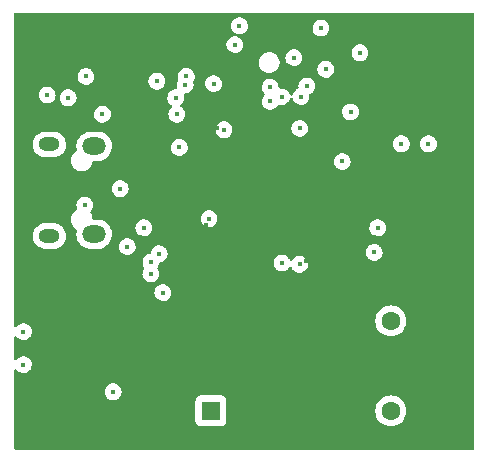
<source format=gbr>
%TF.GenerationSoftware,KiCad,Pcbnew,(6.0.0)*%
%TF.CreationDate,2022-03-30T15:51:48+02:00*%
%TF.ProjectId,USBMIc,5553424d-4963-42e6-9b69-6361645f7063,rev?*%
%TF.SameCoordinates,Original*%
%TF.FileFunction,Copper,L3,Inr*%
%TF.FilePolarity,Positive*%
%FSLAX46Y46*%
G04 Gerber Fmt 4.6, Leading zero omitted, Abs format (unit mm)*
G04 Created by KiCad (PCBNEW (6.0.0)) date 2022-03-30 15:51:48*
%MOMM*%
%LPD*%
G01*
G04 APERTURE LIST*
%TA.AperFunction,ComponentPad*%
%ADD10R,1.600000X1.600000*%
%TD*%
%TA.AperFunction,ComponentPad*%
%ADD11C,1.600000*%
%TD*%
%TA.AperFunction,ComponentPad*%
%ADD12O,2.000000X1.450000*%
%TD*%
%TA.AperFunction,ComponentPad*%
%ADD13O,1.800000X1.150000*%
%TD*%
%TA.AperFunction,ViaPad*%
%ADD14C,0.400000*%
%TD*%
G04 APERTURE END LIST*
D10*
%TO.N,unconnected-(X1-Pad1)*%
%TO.C,X1*%
X83180000Y-92210000D03*
D11*
%TO.N,+3V3*%
X83180000Y-84590000D03*
%TO.N,Net-(U3-Pad5)*%
X98420000Y-84590000D03*
%TO.N,GND*%
X98420000Y-92210000D03*
%TD*%
D12*
%TO.N,GND*%
%TO.C,J1*%
X73300000Y-69800000D03*
X73300000Y-77250000D03*
D13*
X69500000Y-69650000D03*
X69500000Y-77400000D03*
%TD*%
D14*
%TO.N,GND*%
X75500000Y-73400000D03*
%TO.N,CK*%
X89175020Y-65600000D03*
X90800000Y-65600000D03*
%TO.N,SD*%
X90200000Y-62300000D03*
X88200000Y-66000000D03*
%TO.N,RST*%
X78100000Y-79600000D03*
X78100000Y-80600000D03*
%TO.N,GND*%
X79100000Y-82200000D03*
%TO.N,Net-(R5-Pad1)*%
X81095980Y-63896203D03*
X80500000Y-69900000D03*
%TO.N,Net-(R6-Pad1)*%
X80200000Y-65700000D03*
X80300000Y-67100000D03*
%TO.N,GND*%
X78800000Y-78900000D03*
X72500000Y-74800000D03*
X76100000Y-78300000D03*
X77500000Y-76700000D03*
X74900000Y-90600000D03*
X67300000Y-88300000D03*
X67300000Y-85500000D03*
%TO.N,+3V3*%
X67200000Y-83000000D03*
%TO.N,GND*%
X83022650Y-75943376D03*
%TO.N,+3V3*%
X82200000Y-78600000D03*
X82800000Y-76500000D03*
%TO.N,GND*%
X90685931Y-79808441D03*
X89200000Y-79700000D03*
%TO.N,+3V3*%
X91200000Y-79500000D03*
X93900000Y-78800000D03*
%TO.N,GND*%
X97000000Y-78800000D03*
X97300000Y-76700000D03*
%TO.N,+3V3*%
X92000000Y-76500000D03*
%TO.N,GND*%
X94300000Y-71100000D03*
X90700000Y-68300000D03*
X95000000Y-66900000D03*
%TO.N,+3V3*%
X92100000Y-70500000D03*
X95000000Y-70500000D03*
X93000000Y-66500000D03*
%TO.N,GND*%
X92900000Y-63300000D03*
X95800000Y-61900000D03*
X101600000Y-69600000D03*
X99300000Y-69600000D03*
%TO.N,+3V3*%
X76700000Y-60800000D03*
%TO.N,GND*%
X84287718Y-68418281D03*
%TO.N,+3V3*%
X83700000Y-68300000D03*
X90220000Y-64880000D03*
X89175020Y-64800000D03*
%TO.N,GND*%
X91300000Y-64700000D03*
X88200000Y-64800000D03*
X92500000Y-59800000D03*
X85600000Y-59600000D03*
X85200000Y-61200000D03*
X83400000Y-64500000D03*
X81000000Y-64600000D03*
X78600000Y-64300000D03*
X74000000Y-67100000D03*
X69319809Y-65480191D03*
X71100000Y-65700000D03*
X72600000Y-63900000D03*
%TD*%
%TA.AperFunction,Conductor*%
%TO.N,+3V3*%
G36*
X105434121Y-58528002D02*
G01*
X105480614Y-58581658D01*
X105492000Y-58634000D01*
X105492000Y-95366000D01*
X105471998Y-95434121D01*
X105418342Y-95480614D01*
X105366000Y-95492000D01*
X66634000Y-95492000D01*
X66565879Y-95471998D01*
X66519386Y-95418342D01*
X66508000Y-95366000D01*
X66508000Y-93058134D01*
X81871500Y-93058134D01*
X81878255Y-93120316D01*
X81929385Y-93256705D01*
X82016739Y-93373261D01*
X82133295Y-93460615D01*
X82269684Y-93511745D01*
X82331866Y-93518500D01*
X84028134Y-93518500D01*
X84090316Y-93511745D01*
X84226705Y-93460615D01*
X84343261Y-93373261D01*
X84430615Y-93256705D01*
X84481745Y-93120316D01*
X84488500Y-93058134D01*
X84488500Y-92210000D01*
X97106502Y-92210000D01*
X97126457Y-92438087D01*
X97185716Y-92659243D01*
X97188039Y-92664224D01*
X97188039Y-92664225D01*
X97280151Y-92861762D01*
X97280154Y-92861767D01*
X97282477Y-92866749D01*
X97413802Y-93054300D01*
X97575700Y-93216198D01*
X97580208Y-93219355D01*
X97580211Y-93219357D01*
X97621542Y-93248297D01*
X97763251Y-93347523D01*
X97768233Y-93349846D01*
X97768238Y-93349849D01*
X97965775Y-93441961D01*
X97970757Y-93444284D01*
X97976065Y-93445706D01*
X97976067Y-93445707D01*
X98186598Y-93502119D01*
X98186600Y-93502119D01*
X98191913Y-93503543D01*
X98420000Y-93523498D01*
X98648087Y-93503543D01*
X98653400Y-93502119D01*
X98653402Y-93502119D01*
X98863933Y-93445707D01*
X98863935Y-93445706D01*
X98869243Y-93444284D01*
X98874225Y-93441961D01*
X99071762Y-93349849D01*
X99071767Y-93349846D01*
X99076749Y-93347523D01*
X99218458Y-93248297D01*
X99259789Y-93219357D01*
X99259792Y-93219355D01*
X99264300Y-93216198D01*
X99426198Y-93054300D01*
X99557523Y-92866749D01*
X99559846Y-92861767D01*
X99559849Y-92861762D01*
X99651961Y-92664225D01*
X99651961Y-92664224D01*
X99654284Y-92659243D01*
X99713543Y-92438087D01*
X99733498Y-92210000D01*
X99713543Y-91981913D01*
X99654284Y-91760757D01*
X99651961Y-91755775D01*
X99559849Y-91558238D01*
X99559846Y-91558233D01*
X99557523Y-91553251D01*
X99426198Y-91365700D01*
X99264300Y-91203802D01*
X99259792Y-91200645D01*
X99259789Y-91200643D01*
X99181611Y-91145902D01*
X99076749Y-91072477D01*
X99071767Y-91070154D01*
X99071762Y-91070151D01*
X98874225Y-90978039D01*
X98874224Y-90978039D01*
X98869243Y-90975716D01*
X98863935Y-90974294D01*
X98863933Y-90974293D01*
X98653402Y-90917881D01*
X98653400Y-90917881D01*
X98648087Y-90916457D01*
X98420000Y-90896502D01*
X98191913Y-90916457D01*
X98186600Y-90917881D01*
X98186598Y-90917881D01*
X97976067Y-90974293D01*
X97976065Y-90974294D01*
X97970757Y-90975716D01*
X97965776Y-90978039D01*
X97965775Y-90978039D01*
X97768238Y-91070151D01*
X97768233Y-91070154D01*
X97763251Y-91072477D01*
X97658389Y-91145902D01*
X97580211Y-91200643D01*
X97580208Y-91200645D01*
X97575700Y-91203802D01*
X97413802Y-91365700D01*
X97282477Y-91553251D01*
X97280154Y-91558233D01*
X97280151Y-91558238D01*
X97188039Y-91755775D01*
X97185716Y-91760757D01*
X97126457Y-91981913D01*
X97106502Y-92210000D01*
X84488500Y-92210000D01*
X84488500Y-91361866D01*
X84481745Y-91299684D01*
X84430615Y-91163295D01*
X84343261Y-91046739D01*
X84226705Y-90959385D01*
X84090316Y-90908255D01*
X84028134Y-90901500D01*
X82331866Y-90901500D01*
X82269684Y-90908255D01*
X82133295Y-90959385D01*
X82016739Y-91046739D01*
X81929385Y-91163295D01*
X81878255Y-91299684D01*
X81871500Y-91361866D01*
X81871500Y-93058134D01*
X66508000Y-93058134D01*
X66508000Y-90592526D01*
X74186335Y-90592526D01*
X74205153Y-90762975D01*
X74207762Y-90770106D01*
X74207763Y-90770108D01*
X74215688Y-90791764D01*
X74264085Y-90924015D01*
X74268322Y-90930321D01*
X74268324Y-90930324D01*
X74298827Y-90975716D01*
X74359730Y-91066349D01*
X74423148Y-91124055D01*
X74475513Y-91171703D01*
X74486565Y-91181760D01*
X74637268Y-91263585D01*
X74803139Y-91307101D01*
X74890586Y-91308474D01*
X74967003Y-91309675D01*
X74967006Y-91309675D01*
X74974602Y-91309794D01*
X74982006Y-91308098D01*
X74982008Y-91308098D01*
X75051050Y-91292285D01*
X75141759Y-91271510D01*
X75294958Y-91194459D01*
X75300729Y-91189530D01*
X75300732Y-91189528D01*
X75419578Y-91088023D01*
X75425355Y-91083089D01*
X75510376Y-90964771D01*
X75520992Y-90949998D01*
X75520993Y-90949997D01*
X75525424Y-90943830D01*
X75589385Y-90784720D01*
X75613547Y-90614947D01*
X75613704Y-90600000D01*
X75593102Y-90429758D01*
X75532487Y-90269344D01*
X75435357Y-90128019D01*
X75429686Y-90122966D01*
X75312993Y-90018996D01*
X75312990Y-90018994D01*
X75307321Y-90013943D01*
X75299325Y-90009709D01*
X75162481Y-89937254D01*
X75162482Y-89937254D01*
X75155769Y-89933700D01*
X75138196Y-89929286D01*
X74996822Y-89893775D01*
X74996818Y-89893775D01*
X74989451Y-89891924D01*
X74981852Y-89891884D01*
X74981850Y-89891884D01*
X74910394Y-89891510D01*
X74817969Y-89891026D01*
X74810589Y-89892798D01*
X74810587Y-89892798D01*
X74658602Y-89929286D01*
X74658598Y-89929287D01*
X74651223Y-89931058D01*
X74498839Y-90009709D01*
X74369615Y-90122439D01*
X74271010Y-90262739D01*
X74208718Y-90422509D01*
X74186335Y-90592526D01*
X66508000Y-90592526D01*
X66508000Y-88805152D01*
X66528002Y-88737031D01*
X66581658Y-88690538D01*
X66651932Y-88680434D01*
X66716512Y-88709928D01*
X66738577Y-88734871D01*
X66759730Y-88766349D01*
X66886565Y-88881760D01*
X67037268Y-88963585D01*
X67203139Y-89007101D01*
X67290586Y-89008474D01*
X67367003Y-89009675D01*
X67367006Y-89009675D01*
X67374602Y-89009794D01*
X67382006Y-89008098D01*
X67382008Y-89008098D01*
X67444846Y-88993706D01*
X67541759Y-88971510D01*
X67694958Y-88894459D01*
X67700729Y-88889530D01*
X67700732Y-88889528D01*
X67819578Y-88788023D01*
X67825355Y-88783089D01*
X67925424Y-88643830D01*
X67989385Y-88484720D01*
X68013547Y-88314947D01*
X68013704Y-88300000D01*
X67993102Y-88129758D01*
X67932487Y-87969344D01*
X67835357Y-87828019D01*
X67829686Y-87822966D01*
X67712993Y-87718996D01*
X67712990Y-87718994D01*
X67707321Y-87713943D01*
X67699325Y-87709709D01*
X67562481Y-87637254D01*
X67562482Y-87637254D01*
X67555769Y-87633700D01*
X67538196Y-87629286D01*
X67396822Y-87593775D01*
X67396818Y-87593775D01*
X67389451Y-87591924D01*
X67381852Y-87591884D01*
X67381850Y-87591884D01*
X67310394Y-87591510D01*
X67217969Y-87591026D01*
X67210589Y-87592798D01*
X67210587Y-87592798D01*
X67058602Y-87629286D01*
X67058598Y-87629287D01*
X67051223Y-87631058D01*
X66898839Y-87709709D01*
X66769615Y-87822439D01*
X66765248Y-87828652D01*
X66765243Y-87828658D01*
X66737086Y-87868721D01*
X66681552Y-87912953D01*
X66610920Y-87920138D01*
X66547615Y-87887996D01*
X66511738Y-87826732D01*
X66508000Y-87796270D01*
X66508000Y-86005152D01*
X66528002Y-85937031D01*
X66581658Y-85890538D01*
X66651932Y-85880434D01*
X66716512Y-85909928D01*
X66738577Y-85934871D01*
X66759730Y-85966349D01*
X66886565Y-86081760D01*
X67037268Y-86163585D01*
X67203139Y-86207101D01*
X67290586Y-86208474D01*
X67367003Y-86209675D01*
X67367006Y-86209675D01*
X67374602Y-86209794D01*
X67382006Y-86208098D01*
X67382008Y-86208098D01*
X67444846Y-86193706D01*
X67541759Y-86171510D01*
X67694958Y-86094459D01*
X67700729Y-86089530D01*
X67700732Y-86089528D01*
X67819578Y-85988023D01*
X67825355Y-85983089D01*
X67925424Y-85843830D01*
X67989385Y-85684720D01*
X68001534Y-85599357D01*
X68012966Y-85519031D01*
X68012966Y-85519027D01*
X68013547Y-85514947D01*
X68013704Y-85500000D01*
X67993102Y-85329758D01*
X67932487Y-85169344D01*
X67835357Y-85028019D01*
X67829686Y-85022966D01*
X67712993Y-84918996D01*
X67712990Y-84918994D01*
X67707321Y-84913943D01*
X67699325Y-84909709D01*
X67562481Y-84837254D01*
X67562482Y-84837254D01*
X67555769Y-84833700D01*
X67514771Y-84823402D01*
X67396822Y-84793775D01*
X67396818Y-84793775D01*
X67389451Y-84791924D01*
X67381852Y-84791884D01*
X67381850Y-84791884D01*
X67310394Y-84791510D01*
X67217969Y-84791026D01*
X67210589Y-84792798D01*
X67210587Y-84792798D01*
X67058602Y-84829286D01*
X67058598Y-84829287D01*
X67051223Y-84831058D01*
X66898839Y-84909709D01*
X66769615Y-85022439D01*
X66765248Y-85028652D01*
X66765243Y-85028658D01*
X66737086Y-85068721D01*
X66681552Y-85112953D01*
X66610920Y-85120138D01*
X66547615Y-85087996D01*
X66511738Y-85026732D01*
X66508000Y-84996270D01*
X66508000Y-84590000D01*
X97106502Y-84590000D01*
X97126457Y-84818087D01*
X97127881Y-84823400D01*
X97127881Y-84823402D01*
X97182709Y-85028019D01*
X97185716Y-85039243D01*
X97188039Y-85044224D01*
X97188039Y-85044225D01*
X97280151Y-85241762D01*
X97280154Y-85241767D01*
X97282477Y-85246749D01*
X97413802Y-85434300D01*
X97575700Y-85596198D01*
X97580208Y-85599355D01*
X97580211Y-85599357D01*
X97658389Y-85654098D01*
X97763251Y-85727523D01*
X97768233Y-85729846D01*
X97768238Y-85729849D01*
X97965775Y-85821961D01*
X97970757Y-85824284D01*
X97976065Y-85825706D01*
X97976067Y-85825707D01*
X98186598Y-85882119D01*
X98186600Y-85882119D01*
X98191913Y-85883543D01*
X98420000Y-85903498D01*
X98648087Y-85883543D01*
X98653400Y-85882119D01*
X98653402Y-85882119D01*
X98863933Y-85825707D01*
X98863935Y-85825706D01*
X98869243Y-85824284D01*
X98874225Y-85821961D01*
X99071762Y-85729849D01*
X99071767Y-85729846D01*
X99076749Y-85727523D01*
X99181611Y-85654098D01*
X99259789Y-85599357D01*
X99259792Y-85599355D01*
X99264300Y-85596198D01*
X99426198Y-85434300D01*
X99557523Y-85246749D01*
X99559846Y-85241767D01*
X99559849Y-85241762D01*
X99651961Y-85044225D01*
X99651961Y-85044224D01*
X99654284Y-85039243D01*
X99657292Y-85028019D01*
X99712119Y-84823402D01*
X99712119Y-84823400D01*
X99713543Y-84818087D01*
X99733498Y-84590000D01*
X99713543Y-84361913D01*
X99654284Y-84140757D01*
X99651961Y-84135775D01*
X99559849Y-83938238D01*
X99559846Y-83938233D01*
X99557523Y-83933251D01*
X99426198Y-83745700D01*
X99264300Y-83583802D01*
X99259792Y-83580645D01*
X99259789Y-83580643D01*
X99181611Y-83525902D01*
X99076749Y-83452477D01*
X99071767Y-83450154D01*
X99071762Y-83450151D01*
X98874225Y-83358039D01*
X98874224Y-83358039D01*
X98869243Y-83355716D01*
X98863935Y-83354294D01*
X98863933Y-83354293D01*
X98653402Y-83297881D01*
X98653400Y-83297881D01*
X98648087Y-83296457D01*
X98420000Y-83276502D01*
X98191913Y-83296457D01*
X98186600Y-83297881D01*
X98186598Y-83297881D01*
X97976067Y-83354293D01*
X97976065Y-83354294D01*
X97970757Y-83355716D01*
X97965776Y-83358039D01*
X97965775Y-83358039D01*
X97768238Y-83450151D01*
X97768233Y-83450154D01*
X97763251Y-83452477D01*
X97658389Y-83525902D01*
X97580211Y-83580643D01*
X97580208Y-83580645D01*
X97575700Y-83583802D01*
X97413802Y-83745700D01*
X97282477Y-83933251D01*
X97280154Y-83938233D01*
X97280151Y-83938238D01*
X97188039Y-84135775D01*
X97185716Y-84140757D01*
X97126457Y-84361913D01*
X97106502Y-84590000D01*
X66508000Y-84590000D01*
X66508000Y-82192526D01*
X78386335Y-82192526D01*
X78405153Y-82362975D01*
X78407762Y-82370106D01*
X78407763Y-82370108D01*
X78415688Y-82391764D01*
X78464085Y-82524015D01*
X78559730Y-82666349D01*
X78686565Y-82781760D01*
X78837268Y-82863585D01*
X79003139Y-82907101D01*
X79090586Y-82908474D01*
X79167003Y-82909675D01*
X79167006Y-82909675D01*
X79174602Y-82909794D01*
X79182006Y-82908098D01*
X79182008Y-82908098D01*
X79244846Y-82893706D01*
X79341759Y-82871510D01*
X79494958Y-82794459D01*
X79500729Y-82789530D01*
X79500732Y-82789528D01*
X79619578Y-82688023D01*
X79625355Y-82683089D01*
X79725424Y-82543830D01*
X79789385Y-82384720D01*
X79813547Y-82214947D01*
X79813704Y-82200000D01*
X79793102Y-82029758D01*
X79732487Y-81869344D01*
X79635357Y-81728019D01*
X79629686Y-81722966D01*
X79512993Y-81618996D01*
X79512990Y-81618994D01*
X79507321Y-81613943D01*
X79499325Y-81609709D01*
X79362481Y-81537254D01*
X79362482Y-81537254D01*
X79355769Y-81533700D01*
X79338196Y-81529286D01*
X79196822Y-81493775D01*
X79196818Y-81493775D01*
X79189451Y-81491924D01*
X79181852Y-81491884D01*
X79181850Y-81491884D01*
X79110394Y-81491510D01*
X79017969Y-81491026D01*
X79010589Y-81492798D01*
X79010587Y-81492798D01*
X78858602Y-81529286D01*
X78858598Y-81529287D01*
X78851223Y-81531058D01*
X78698839Y-81609709D01*
X78569615Y-81722439D01*
X78471010Y-81862739D01*
X78408718Y-82022509D01*
X78386335Y-82192526D01*
X66508000Y-82192526D01*
X66508000Y-80592526D01*
X77386335Y-80592526D01*
X77405153Y-80762975D01*
X77407762Y-80770106D01*
X77407763Y-80770108D01*
X77415688Y-80791764D01*
X77464085Y-80924015D01*
X77559730Y-81066349D01*
X77686565Y-81181760D01*
X77837268Y-81263585D01*
X78003139Y-81307101D01*
X78090586Y-81308474D01*
X78167003Y-81309675D01*
X78167006Y-81309675D01*
X78174602Y-81309794D01*
X78182006Y-81308098D01*
X78182008Y-81308098D01*
X78244846Y-81293706D01*
X78341759Y-81271510D01*
X78494958Y-81194459D01*
X78500729Y-81189530D01*
X78500732Y-81189528D01*
X78619578Y-81088023D01*
X78625355Y-81083089D01*
X78725424Y-80943830D01*
X78789385Y-80784720D01*
X78813547Y-80614947D01*
X78813704Y-80600000D01*
X78803250Y-80513614D01*
X78794015Y-80437299D01*
X78794014Y-80437296D01*
X78793102Y-80429758D01*
X78785559Y-80409794D01*
X78735171Y-80276447D01*
X78732487Y-80269344D01*
X78664842Y-80170920D01*
X78642742Y-80103451D01*
X78660627Y-80034744D01*
X78666360Y-80026027D01*
X78720990Y-79950002D01*
X78720994Y-79949996D01*
X78725424Y-79943830D01*
X78789385Y-79784720D01*
X78800046Y-79709808D01*
X78807909Y-79692526D01*
X88486335Y-79692526D01*
X88493279Y-79755425D01*
X88499589Y-79812574D01*
X88505153Y-79862975D01*
X88507762Y-79870106D01*
X88507763Y-79870108D01*
X88524879Y-79916879D01*
X88564085Y-80024015D01*
X88568322Y-80030321D01*
X88568324Y-80030324D01*
X88577400Y-80043830D01*
X88659730Y-80166349D01*
X88723147Y-80224054D01*
X88766043Y-80263086D01*
X88786565Y-80281760D01*
X88937268Y-80363585D01*
X89103139Y-80407101D01*
X89190586Y-80408474D01*
X89267003Y-80409675D01*
X89267006Y-80409675D01*
X89274602Y-80409794D01*
X89282006Y-80408098D01*
X89282008Y-80408098D01*
X89344846Y-80393706D01*
X89441759Y-80371510D01*
X89594958Y-80294459D01*
X89600729Y-80289530D01*
X89600732Y-80289528D01*
X89719578Y-80188023D01*
X89725355Y-80183089D01*
X89813877Y-80059899D01*
X89869872Y-80016252D01*
X89940575Y-80009806D01*
X90003539Y-80042609D01*
X90034525Y-80090125D01*
X90050016Y-80132456D01*
X90054253Y-80138762D01*
X90054255Y-80138765D01*
X90075863Y-80170920D01*
X90145661Y-80274790D01*
X90272496Y-80390201D01*
X90423199Y-80472026D01*
X90589070Y-80515542D01*
X90676517Y-80516915D01*
X90752934Y-80518116D01*
X90752937Y-80518116D01*
X90760533Y-80518235D01*
X90767937Y-80516539D01*
X90767939Y-80516539D01*
X90830777Y-80502147D01*
X90927690Y-80479951D01*
X91080889Y-80402900D01*
X91086660Y-80397971D01*
X91086663Y-80397969D01*
X91205509Y-80296464D01*
X91211286Y-80291530D01*
X91311355Y-80152271D01*
X91375316Y-79993161D01*
X91382337Y-79943830D01*
X91398897Y-79827472D01*
X91398897Y-79827468D01*
X91399478Y-79823388D01*
X91399635Y-79808441D01*
X91386512Y-79700000D01*
X91379946Y-79645740D01*
X91379945Y-79645737D01*
X91379033Y-79638199D01*
X91353834Y-79571510D01*
X91321102Y-79484888D01*
X91318418Y-79477785D01*
X91306169Y-79459962D01*
X91225590Y-79342719D01*
X91225589Y-79342717D01*
X91221288Y-79336460D01*
X91215617Y-79331407D01*
X91098924Y-79227437D01*
X91098921Y-79227435D01*
X91093252Y-79222384D01*
X91085256Y-79218150D01*
X90948412Y-79145695D01*
X90948413Y-79145695D01*
X90941700Y-79142141D01*
X90920377Y-79136785D01*
X90782753Y-79102216D01*
X90782749Y-79102216D01*
X90775382Y-79100365D01*
X90767783Y-79100325D01*
X90767781Y-79100325D01*
X90696325Y-79099951D01*
X90603900Y-79099467D01*
X90596520Y-79101239D01*
X90596518Y-79101239D01*
X90444533Y-79137727D01*
X90444529Y-79137728D01*
X90437154Y-79139499D01*
X90284770Y-79218150D01*
X90155546Y-79330880D01*
X90123378Y-79376650D01*
X90072830Y-79448572D01*
X90017295Y-79492804D01*
X89946663Y-79499989D01*
X89883359Y-79467847D01*
X89851877Y-79420658D01*
X89835172Y-79376449D01*
X89835171Y-79376447D01*
X89832487Y-79369344D01*
X89810322Y-79337094D01*
X89739659Y-79234278D01*
X89739658Y-79234276D01*
X89735357Y-79228019D01*
X89729686Y-79222966D01*
X89612993Y-79118996D01*
X89612990Y-79118994D01*
X89607321Y-79113943D01*
X89599325Y-79109709D01*
X89462481Y-79037254D01*
X89462482Y-79037254D01*
X89455769Y-79033700D01*
X89380119Y-79014698D01*
X89296822Y-78993775D01*
X89296818Y-78993775D01*
X89289451Y-78991924D01*
X89281852Y-78991884D01*
X89281850Y-78991884D01*
X89210394Y-78991510D01*
X89117969Y-78991026D01*
X89110589Y-78992798D01*
X89110587Y-78992798D01*
X88958602Y-79029286D01*
X88958598Y-79029287D01*
X88951223Y-79031058D01*
X88798839Y-79109709D01*
X88669615Y-79222439D01*
X88571010Y-79362739D01*
X88558643Y-79394459D01*
X88513722Y-79509675D01*
X88508718Y-79522509D01*
X88507726Y-79530042D01*
X88507726Y-79530043D01*
X88494442Y-79630950D01*
X88486335Y-79692526D01*
X78807909Y-79692526D01*
X78829446Y-79645186D01*
X78889117Y-79606717D01*
X78896660Y-79604742D01*
X78949998Y-79592526D01*
X79041759Y-79571510D01*
X79194958Y-79494459D01*
X79200729Y-79489530D01*
X79200732Y-79489528D01*
X79319578Y-79388023D01*
X79325355Y-79383089D01*
X79425424Y-79243830D01*
X79489385Y-79084720D01*
X79496646Y-79033700D01*
X79512966Y-78919031D01*
X79512966Y-78919027D01*
X79513547Y-78914947D01*
X79513704Y-78900000D01*
X79508028Y-78853099D01*
X79500698Y-78792526D01*
X96286335Y-78792526D01*
X96295623Y-78876650D01*
X96302014Y-78934539D01*
X96305153Y-78962975D01*
X96307762Y-78970106D01*
X96307763Y-78970108D01*
X96322243Y-79009675D01*
X96364085Y-79124015D01*
X96368322Y-79130321D01*
X96368324Y-79130324D01*
X96375022Y-79140291D01*
X96459730Y-79266349D01*
X96523148Y-79324055D01*
X96566043Y-79363086D01*
X96586565Y-79381760D01*
X96737268Y-79463585D01*
X96903139Y-79507101D01*
X96990586Y-79508474D01*
X97067003Y-79509675D01*
X97067006Y-79509675D01*
X97074602Y-79509794D01*
X97082006Y-79508098D01*
X97082008Y-79508098D01*
X97183347Y-79484888D01*
X97241759Y-79471510D01*
X97394958Y-79394459D01*
X97400729Y-79389530D01*
X97400732Y-79389528D01*
X97519578Y-79288023D01*
X97525355Y-79283089D01*
X97625424Y-79143830D01*
X97689385Y-78984720D01*
X97702231Y-78894459D01*
X97712966Y-78819031D01*
X97712966Y-78819027D01*
X97713547Y-78814947D01*
X97713704Y-78800000D01*
X97703470Y-78715429D01*
X97694015Y-78637299D01*
X97694014Y-78637296D01*
X97693102Y-78629758D01*
X97688236Y-78616879D01*
X97635171Y-78476447D01*
X97632487Y-78469344D01*
X97608387Y-78434278D01*
X97539659Y-78334278D01*
X97539658Y-78334276D01*
X97535357Y-78328019D01*
X97529686Y-78322966D01*
X97412993Y-78218996D01*
X97412990Y-78218994D01*
X97407321Y-78213943D01*
X97399325Y-78209709D01*
X97262481Y-78137254D01*
X97262482Y-78137254D01*
X97255769Y-78133700D01*
X97211216Y-78122509D01*
X97096822Y-78093775D01*
X97096818Y-78093775D01*
X97089451Y-78091924D01*
X97081852Y-78091884D01*
X97081850Y-78091884D01*
X97010394Y-78091510D01*
X96917969Y-78091026D01*
X96910589Y-78092798D01*
X96910587Y-78092798D01*
X96758602Y-78129286D01*
X96758598Y-78129287D01*
X96751223Y-78131058D01*
X96598839Y-78209709D01*
X96469615Y-78322439D01*
X96371010Y-78462739D01*
X96308718Y-78622509D01*
X96307726Y-78630042D01*
X96307726Y-78630043D01*
X96288390Y-78776919D01*
X96286335Y-78792526D01*
X79500698Y-78792526D01*
X79494015Y-78737299D01*
X79494014Y-78737296D01*
X79493102Y-78729758D01*
X79462964Y-78649998D01*
X79435171Y-78576447D01*
X79432487Y-78569344D01*
X79372708Y-78482365D01*
X79339659Y-78434278D01*
X79339658Y-78434276D01*
X79335357Y-78428019D01*
X79329686Y-78422966D01*
X79212993Y-78318996D01*
X79212990Y-78318994D01*
X79207321Y-78313943D01*
X79199325Y-78309709D01*
X79100585Y-78257429D01*
X79055769Y-78233700D01*
X78980119Y-78214698D01*
X78896822Y-78193775D01*
X78896818Y-78193775D01*
X78889451Y-78191924D01*
X78881852Y-78191884D01*
X78881850Y-78191884D01*
X78810394Y-78191510D01*
X78717969Y-78191026D01*
X78710589Y-78192798D01*
X78710587Y-78192798D01*
X78558602Y-78229286D01*
X78558598Y-78229287D01*
X78551223Y-78231058D01*
X78398839Y-78309709D01*
X78269615Y-78422439D01*
X78171010Y-78562739D01*
X78108718Y-78722509D01*
X78107726Y-78730042D01*
X78107726Y-78730043D01*
X78100073Y-78788172D01*
X78071350Y-78853099D01*
X78012085Y-78892190D01*
X78004565Y-78894244D01*
X77858602Y-78929286D01*
X77858598Y-78929287D01*
X77851223Y-78931058D01*
X77698839Y-79009709D01*
X77569615Y-79122439D01*
X77471010Y-79262739D01*
X77463076Y-79283089D01*
X77422164Y-79388023D01*
X77408718Y-79422509D01*
X77407726Y-79430042D01*
X77407726Y-79430043D01*
X77388879Y-79573205D01*
X77386335Y-79592526D01*
X77392149Y-79645186D01*
X77399851Y-79714947D01*
X77405153Y-79762975D01*
X77407762Y-79770106D01*
X77407763Y-79770108D01*
X77425751Y-79819263D01*
X77464085Y-79924015D01*
X77468322Y-79930321D01*
X77468324Y-79930324D01*
X77535530Y-80030336D01*
X77556923Y-80098033D01*
X77538319Y-80166549D01*
X77534041Y-80173056D01*
X77471010Y-80262739D01*
X77459785Y-80291530D01*
X77413722Y-80409675D01*
X77408718Y-80422509D01*
X77407726Y-80430042D01*
X77407726Y-80430043D01*
X77396116Y-80518235D01*
X77386335Y-80592526D01*
X66508000Y-80592526D01*
X66508000Y-77346831D01*
X68087871Y-77346831D01*
X68097431Y-77553361D01*
X68098835Y-77559186D01*
X68098835Y-77559187D01*
X68120761Y-77650164D01*
X68145871Y-77754357D01*
X68148353Y-77759815D01*
X68148354Y-77759819D01*
X68187832Y-77846645D01*
X68231445Y-77942568D01*
X68351065Y-78111201D01*
X68355388Y-78115339D01*
X68355392Y-78115344D01*
X68450331Y-78206228D01*
X68500415Y-78254173D01*
X68505454Y-78257427D01*
X68505457Y-78257429D01*
X68591126Y-78312744D01*
X68674106Y-78366323D01*
X68679669Y-78368565D01*
X68679673Y-78368567D01*
X68860301Y-78441362D01*
X68860304Y-78441363D01*
X68865870Y-78443606D01*
X68963844Y-78462739D01*
X69064342Y-78482365D01*
X69064345Y-78482365D01*
X69068788Y-78483233D01*
X69074247Y-78483500D01*
X69876651Y-78483500D01*
X70030817Y-78468791D01*
X70229207Y-78410590D01*
X70335989Y-78355594D01*
X70407682Y-78318670D01*
X70407685Y-78318668D01*
X70413013Y-78315924D01*
X70575601Y-78188209D01*
X70711106Y-78032053D01*
X70814638Y-77853092D01*
X70864429Y-77709709D01*
X70880494Y-77663446D01*
X70880494Y-77663444D01*
X70882461Y-77657781D01*
X70883322Y-77651844D01*
X70911268Y-77459109D01*
X70911268Y-77459106D01*
X70912129Y-77453169D01*
X70902569Y-77246639D01*
X70854129Y-77045643D01*
X70844296Y-77024015D01*
X70771035Y-76862887D01*
X70768555Y-76857432D01*
X70656934Y-76700076D01*
X70652401Y-76693685D01*
X70652400Y-76693684D01*
X70648935Y-76688799D01*
X70644612Y-76684661D01*
X70644608Y-76684656D01*
X70503918Y-76549975D01*
X70499585Y-76545827D01*
X70494546Y-76542573D01*
X70494543Y-76542571D01*
X70330935Y-76436932D01*
X70330936Y-76436932D01*
X70325894Y-76433677D01*
X70320331Y-76431435D01*
X70320327Y-76431433D01*
X70139699Y-76358638D01*
X70139696Y-76358637D01*
X70134130Y-76356394D01*
X70013814Y-76332898D01*
X69935658Y-76317635D01*
X69935655Y-76317635D01*
X69931212Y-76316767D01*
X69925753Y-76316500D01*
X69123349Y-76316500D01*
X68969183Y-76331209D01*
X68770793Y-76389410D01*
X68765466Y-76392154D01*
X68765465Y-76392154D01*
X68592318Y-76481330D01*
X68592315Y-76481332D01*
X68586987Y-76484076D01*
X68424399Y-76611791D01*
X68288894Y-76767947D01*
X68185362Y-76946908D01*
X68117539Y-77142219D01*
X68116678Y-77148154D01*
X68116678Y-77148156D01*
X68096180Y-77289528D01*
X68087871Y-77346831D01*
X66508000Y-77346831D01*
X66508000Y-76025000D01*
X71336496Y-76025000D01*
X71337186Y-76031565D01*
X71346542Y-76120578D01*
X71356458Y-76214928D01*
X71415473Y-76396556D01*
X71418776Y-76402278D01*
X71418777Y-76402279D01*
X71429179Y-76420295D01*
X71510960Y-76561944D01*
X71515378Y-76566851D01*
X71515379Y-76566852D01*
X71591573Y-76651474D01*
X71638747Y-76703866D01*
X71644089Y-76707747D01*
X71644091Y-76707749D01*
X71782426Y-76808255D01*
X71825780Y-76864477D01*
X71830884Y-76939604D01*
X71827770Y-76952576D01*
X71805862Y-77043830D01*
X71799800Y-77069078D01*
X71787125Y-77288902D01*
X71813578Y-77507496D01*
X71878322Y-77717951D01*
X71880894Y-77722934D01*
X71942095Y-77841507D01*
X71979312Y-77913614D01*
X72113354Y-78088301D01*
X72276212Y-78236491D01*
X72462739Y-78353499D01*
X72467948Y-78355593D01*
X72467950Y-78355594D01*
X72562315Y-78393528D01*
X72667038Y-78435627D01*
X72672529Y-78436764D01*
X72672532Y-78436765D01*
X72762640Y-78455425D01*
X72882652Y-78480278D01*
X72887265Y-78480544D01*
X72936707Y-78483395D01*
X72936711Y-78483395D01*
X72938530Y-78483500D01*
X73630866Y-78483500D01*
X73633653Y-78483251D01*
X73633659Y-78483251D01*
X73788730Y-78469411D01*
X73788734Y-78469410D01*
X73794317Y-78468912D01*
X74006702Y-78410811D01*
X74011767Y-78408395D01*
X74011770Y-78408394D01*
X74200385Y-78318429D01*
X74200389Y-78318427D01*
X74205441Y-78316017D01*
X74238132Y-78292526D01*
X75386335Y-78292526D01*
X75389696Y-78322966D01*
X75403142Y-78444756D01*
X75405153Y-78462975D01*
X75407762Y-78470106D01*
X75407763Y-78470108D01*
X75415688Y-78491764D01*
X75464085Y-78624015D01*
X75468322Y-78630321D01*
X75468324Y-78630324D01*
X75477400Y-78643830D01*
X75559730Y-78766349D01*
X75686565Y-78881760D01*
X75837268Y-78963585D01*
X76003139Y-79007101D01*
X76090586Y-79008474D01*
X76167003Y-79009675D01*
X76167006Y-79009675D01*
X76174602Y-79009794D01*
X76182006Y-79008098D01*
X76182008Y-79008098D01*
X76256373Y-78991066D01*
X76341759Y-78971510D01*
X76494958Y-78894459D01*
X76500729Y-78889530D01*
X76500732Y-78889528D01*
X76619578Y-78788023D01*
X76625355Y-78783089D01*
X76725424Y-78643830D01*
X76789385Y-78484720D01*
X76796670Y-78433534D01*
X76812966Y-78319031D01*
X76812966Y-78319027D01*
X76813547Y-78314947D01*
X76813704Y-78300000D01*
X76805361Y-78231058D01*
X76794015Y-78137299D01*
X76794014Y-78137296D01*
X76793102Y-78129758D01*
X76787656Y-78115344D01*
X76735171Y-77976447D01*
X76732487Y-77969344D01*
X76690760Y-77908631D01*
X76639659Y-77834278D01*
X76639658Y-77834276D01*
X76635357Y-77828019D01*
X76629686Y-77822966D01*
X76512993Y-77718996D01*
X76512990Y-77718994D01*
X76507321Y-77713943D01*
X76499325Y-77709709D01*
X76362481Y-77637254D01*
X76362482Y-77637254D01*
X76355769Y-77633700D01*
X76338196Y-77629286D01*
X76196822Y-77593775D01*
X76196818Y-77593775D01*
X76189451Y-77591924D01*
X76181852Y-77591884D01*
X76181850Y-77591884D01*
X76110394Y-77591510D01*
X76017969Y-77591026D01*
X76010589Y-77592798D01*
X76010587Y-77592798D01*
X75858602Y-77629286D01*
X75858598Y-77629287D01*
X75851223Y-77631058D01*
X75698839Y-77709709D01*
X75569615Y-77822439D01*
X75471010Y-77962739D01*
X75443446Y-78033437D01*
X75411512Y-78115344D01*
X75408718Y-78122509D01*
X75407726Y-78130042D01*
X75407726Y-78130043D01*
X75390956Y-78257429D01*
X75386335Y-78292526D01*
X74238132Y-78292526D01*
X74353384Y-78209709D01*
X74379692Y-78190805D01*
X74379694Y-78190803D01*
X74384252Y-78187528D01*
X74537484Y-78029404D01*
X74582281Y-77962739D01*
X74657163Y-77851305D01*
X74657165Y-77851302D01*
X74660294Y-77846645D01*
X74748798Y-77645027D01*
X74751518Y-77633700D01*
X74798890Y-77436379D01*
X74798890Y-77436378D01*
X74800200Y-77430922D01*
X74808067Y-77294479D01*
X74812552Y-77216705D01*
X74812552Y-77216702D01*
X74812875Y-77211098D01*
X74786422Y-76992504D01*
X74721678Y-76782049D01*
X74675471Y-76692526D01*
X76786335Y-76692526D01*
X76794662Y-76767947D01*
X76804270Y-76854973D01*
X76805153Y-76862975D01*
X76807762Y-76870106D01*
X76807763Y-76870108D01*
X76815688Y-76891764D01*
X76864085Y-77024015D01*
X76959730Y-77166349D01*
X77015071Y-77216705D01*
X77047968Y-77246639D01*
X77086565Y-77281760D01*
X77237268Y-77363585D01*
X77403139Y-77407101D01*
X77490586Y-77408474D01*
X77567003Y-77409675D01*
X77567006Y-77409675D01*
X77574602Y-77409794D01*
X77582006Y-77408098D01*
X77582008Y-77408098D01*
X77644846Y-77393706D01*
X77741759Y-77371510D01*
X77894958Y-77294459D01*
X77900729Y-77289530D01*
X77900732Y-77289528D01*
X78019578Y-77188023D01*
X78025355Y-77183089D01*
X78125424Y-77043830D01*
X78189385Y-76884720D01*
X78193964Y-76852545D01*
X78212966Y-76719031D01*
X78212966Y-76719027D01*
X78213547Y-76714947D01*
X78213704Y-76700000D01*
X78212800Y-76692526D01*
X96586335Y-76692526D01*
X96594662Y-76767947D01*
X96604270Y-76854973D01*
X96605153Y-76862975D01*
X96607762Y-76870106D01*
X96607763Y-76870108D01*
X96615688Y-76891764D01*
X96664085Y-77024015D01*
X96759730Y-77166349D01*
X96815071Y-77216705D01*
X96847968Y-77246639D01*
X96886565Y-77281760D01*
X97037268Y-77363585D01*
X97203139Y-77407101D01*
X97290586Y-77408474D01*
X97367003Y-77409675D01*
X97367006Y-77409675D01*
X97374602Y-77409794D01*
X97382006Y-77408098D01*
X97382008Y-77408098D01*
X97444846Y-77393706D01*
X97541759Y-77371510D01*
X97694958Y-77294459D01*
X97700729Y-77289530D01*
X97700732Y-77289528D01*
X97819578Y-77188023D01*
X97825355Y-77183089D01*
X97925424Y-77043830D01*
X97989385Y-76884720D01*
X97993964Y-76852545D01*
X98012966Y-76719031D01*
X98012966Y-76719027D01*
X98013547Y-76714947D01*
X98013704Y-76700000D01*
X98002445Y-76606961D01*
X97994015Y-76537299D01*
X97994014Y-76537296D01*
X97993102Y-76529758D01*
X97975841Y-76484076D01*
X97935171Y-76376447D01*
X97932487Y-76369344D01*
X97835357Y-76228019D01*
X97829686Y-76222966D01*
X97712993Y-76118996D01*
X97712990Y-76118994D01*
X97707321Y-76113943D01*
X97699325Y-76109709D01*
X97562481Y-76037254D01*
X97562482Y-76037254D01*
X97555769Y-76033700D01*
X97521133Y-76025000D01*
X97396822Y-75993775D01*
X97396818Y-75993775D01*
X97389451Y-75991924D01*
X97381852Y-75991884D01*
X97381850Y-75991884D01*
X97310394Y-75991510D01*
X97217969Y-75991026D01*
X97210589Y-75992798D01*
X97210587Y-75992798D01*
X97058602Y-76029286D01*
X97058598Y-76029287D01*
X97051223Y-76031058D01*
X96898839Y-76109709D01*
X96769615Y-76222439D01*
X96671010Y-76362739D01*
X96608718Y-76522509D01*
X96607726Y-76530042D01*
X96607726Y-76530043D01*
X96591740Y-76651474D01*
X96586335Y-76692526D01*
X78212800Y-76692526D01*
X78202445Y-76606961D01*
X78194015Y-76537299D01*
X78194014Y-76537296D01*
X78193102Y-76529758D01*
X78175841Y-76484076D01*
X78135171Y-76376447D01*
X78132487Y-76369344D01*
X78035357Y-76228019D01*
X78029686Y-76222966D01*
X77912993Y-76118996D01*
X77912990Y-76118994D01*
X77907321Y-76113943D01*
X77899325Y-76109709D01*
X77762481Y-76037254D01*
X77762482Y-76037254D01*
X77755769Y-76033700D01*
X77721133Y-76025000D01*
X77596822Y-75993775D01*
X77596818Y-75993775D01*
X77589451Y-75991924D01*
X77581852Y-75991884D01*
X77581850Y-75991884D01*
X77510394Y-75991510D01*
X77417969Y-75991026D01*
X77410589Y-75992798D01*
X77410587Y-75992798D01*
X77258602Y-76029286D01*
X77258598Y-76029287D01*
X77251223Y-76031058D01*
X77098839Y-76109709D01*
X76969615Y-76222439D01*
X76871010Y-76362739D01*
X76808718Y-76522509D01*
X76807726Y-76530042D01*
X76807726Y-76530043D01*
X76791740Y-76651474D01*
X76786335Y-76692526D01*
X74675471Y-76692526D01*
X74620688Y-76586386D01*
X74486646Y-76411699D01*
X74323788Y-76263509D01*
X74137261Y-76146501D01*
X74091478Y-76128096D01*
X73938168Y-76066466D01*
X73932962Y-76064373D01*
X73927471Y-76063236D01*
X73927468Y-76063235D01*
X73784846Y-76033700D01*
X73717348Y-76019722D01*
X73712735Y-76019456D01*
X73663293Y-76016605D01*
X73663289Y-76016605D01*
X73661470Y-76016500D01*
X73276062Y-76016500D01*
X73207941Y-75996498D01*
X73161448Y-75942842D01*
X73159553Y-75935902D01*
X82308985Y-75935902D01*
X82315374Y-75993775D01*
X82323400Y-76066466D01*
X82327803Y-76106351D01*
X82330412Y-76113482D01*
X82330413Y-76113484D01*
X82338338Y-76135140D01*
X82386735Y-76267391D01*
X82390972Y-76273697D01*
X82390974Y-76273700D01*
X82420498Y-76317635D01*
X82482380Y-76409725D01*
X82609215Y-76525136D01*
X82759918Y-76606961D01*
X82925789Y-76650477D01*
X83013236Y-76651850D01*
X83089653Y-76653051D01*
X83089656Y-76653051D01*
X83097252Y-76653170D01*
X83104656Y-76651474D01*
X83104658Y-76651474D01*
X83167496Y-76637082D01*
X83264409Y-76614886D01*
X83417608Y-76537835D01*
X83423379Y-76532906D01*
X83423382Y-76532904D01*
X83542228Y-76431399D01*
X83548005Y-76426465D01*
X83648074Y-76287206D01*
X83712035Y-76128096D01*
X83725350Y-76034539D01*
X83735616Y-75962407D01*
X83735616Y-75962403D01*
X83736197Y-75958323D01*
X83736354Y-75943376D01*
X83724042Y-75841635D01*
X83716665Y-75780675D01*
X83716664Y-75780672D01*
X83715752Y-75773134D01*
X83655137Y-75612720D01*
X83558007Y-75471395D01*
X83552336Y-75466342D01*
X83435643Y-75362372D01*
X83435640Y-75362370D01*
X83429971Y-75357319D01*
X83421975Y-75353085D01*
X83369373Y-75325234D01*
X83278419Y-75277076D01*
X83260846Y-75272662D01*
X83119472Y-75237151D01*
X83119468Y-75237151D01*
X83112101Y-75235300D01*
X83104502Y-75235260D01*
X83104500Y-75235260D01*
X83033044Y-75234886D01*
X82940619Y-75234402D01*
X82933239Y-75236174D01*
X82933237Y-75236174D01*
X82781252Y-75272662D01*
X82781248Y-75272663D01*
X82773873Y-75274434D01*
X82621489Y-75353085D01*
X82492265Y-75465815D01*
X82393660Y-75606115D01*
X82331368Y-75765885D01*
X82308985Y-75935902D01*
X73159553Y-75935902D01*
X73150752Y-75903671D01*
X73144232Y-75841636D01*
X73144232Y-75841635D01*
X73143542Y-75835072D01*
X73084527Y-75653444D01*
X72989040Y-75488056D01*
X72984620Y-75483147D01*
X72980741Y-75477808D01*
X72982555Y-75476490D01*
X72956328Y-75421815D01*
X72965104Y-75351363D01*
X72998855Y-75305723D01*
X73019575Y-75288027D01*
X73019581Y-75288021D01*
X73025355Y-75283089D01*
X73125424Y-75143830D01*
X73189385Y-74984720D01*
X73213547Y-74814947D01*
X73213704Y-74800000D01*
X73193102Y-74629758D01*
X73132487Y-74469344D01*
X73035357Y-74328019D01*
X73029686Y-74322966D01*
X72912993Y-74218996D01*
X72912990Y-74218994D01*
X72907321Y-74213943D01*
X72899325Y-74209709D01*
X72762481Y-74137254D01*
X72762482Y-74137254D01*
X72755769Y-74133700D01*
X72738196Y-74129286D01*
X72596822Y-74093775D01*
X72596818Y-74093775D01*
X72589451Y-74091924D01*
X72581852Y-74091884D01*
X72581850Y-74091884D01*
X72510394Y-74091510D01*
X72417969Y-74091026D01*
X72410589Y-74092798D01*
X72410587Y-74092798D01*
X72258602Y-74129286D01*
X72258598Y-74129287D01*
X72251223Y-74131058D01*
X72098839Y-74209709D01*
X71969615Y-74322439D01*
X71871010Y-74462739D01*
X71808718Y-74622509D01*
X71786335Y-74792526D01*
X71805153Y-74962975D01*
X71807762Y-74970106D01*
X71807763Y-74970108D01*
X71848764Y-75082149D01*
X71853390Y-75152995D01*
X71818980Y-75215095D01*
X71795872Y-75232714D01*
X71793248Y-75233882D01*
X71638747Y-75346134D01*
X71634326Y-75351044D01*
X71634325Y-75351045D01*
X71525962Y-75471395D01*
X71510960Y-75488056D01*
X71415473Y-75653444D01*
X71356458Y-75835072D01*
X71355768Y-75841633D01*
X71355768Y-75841635D01*
X71339778Y-75993775D01*
X71336496Y-76025000D01*
X66508000Y-76025000D01*
X66508000Y-73392526D01*
X74786335Y-73392526D01*
X74805153Y-73562975D01*
X74807762Y-73570106D01*
X74807763Y-73570108D01*
X74815688Y-73591764D01*
X74864085Y-73724015D01*
X74959730Y-73866349D01*
X75086565Y-73981760D01*
X75237268Y-74063585D01*
X75403139Y-74107101D01*
X75490586Y-74108474D01*
X75567003Y-74109675D01*
X75567006Y-74109675D01*
X75574602Y-74109794D01*
X75582006Y-74108098D01*
X75582008Y-74108098D01*
X75656373Y-74091066D01*
X75741759Y-74071510D01*
X75894958Y-73994459D01*
X75900729Y-73989530D01*
X75900732Y-73989528D01*
X76019578Y-73888023D01*
X76025355Y-73883089D01*
X76125424Y-73743830D01*
X76189385Y-73584720D01*
X76213547Y-73414947D01*
X76213704Y-73400000D01*
X76193102Y-73229758D01*
X76132487Y-73069344D01*
X76035357Y-72928019D01*
X76029686Y-72922966D01*
X75912993Y-72818996D01*
X75912990Y-72818994D01*
X75907321Y-72813943D01*
X75899325Y-72809709D01*
X75762481Y-72737254D01*
X75762482Y-72737254D01*
X75755769Y-72733700D01*
X75738196Y-72729286D01*
X75596822Y-72693775D01*
X75596818Y-72693775D01*
X75589451Y-72691924D01*
X75581852Y-72691884D01*
X75581850Y-72691884D01*
X75510394Y-72691510D01*
X75417969Y-72691026D01*
X75410589Y-72692798D01*
X75410587Y-72692798D01*
X75258602Y-72729286D01*
X75258598Y-72729287D01*
X75251223Y-72731058D01*
X75098839Y-72809709D01*
X74969615Y-72922439D01*
X74871010Y-73062739D01*
X74808718Y-73222509D01*
X74786335Y-73392526D01*
X66508000Y-73392526D01*
X66508000Y-71025000D01*
X71336496Y-71025000D01*
X71356458Y-71214928D01*
X71415473Y-71396556D01*
X71418776Y-71402278D01*
X71418777Y-71402279D01*
X71431326Y-71424015D01*
X71510960Y-71561944D01*
X71515378Y-71566851D01*
X71515379Y-71566852D01*
X71614242Y-71676650D01*
X71638747Y-71703866D01*
X71715956Y-71759962D01*
X71778184Y-71805173D01*
X71793248Y-71816118D01*
X71799276Y-71818802D01*
X71799278Y-71818803D01*
X71961681Y-71891109D01*
X71967712Y-71893794D01*
X72061112Y-71913647D01*
X72148056Y-71932128D01*
X72148061Y-71932128D01*
X72154513Y-71933500D01*
X72345487Y-71933500D01*
X72351939Y-71932128D01*
X72351944Y-71932128D01*
X72438888Y-71913647D01*
X72532288Y-71893794D01*
X72538319Y-71891109D01*
X72700722Y-71818803D01*
X72700724Y-71818802D01*
X72706752Y-71816118D01*
X72721817Y-71805173D01*
X72784044Y-71759962D01*
X72861253Y-71703866D01*
X72885758Y-71676650D01*
X72984621Y-71566852D01*
X72984622Y-71566851D01*
X72989040Y-71561944D01*
X73068674Y-71424015D01*
X73081223Y-71402279D01*
X73081224Y-71402278D01*
X73084527Y-71396556D01*
X73125613Y-71270108D01*
X73141502Y-71221207D01*
X73141502Y-71221205D01*
X73143542Y-71214928D01*
X73150752Y-71146329D01*
X73172888Y-71092526D01*
X93586335Y-71092526D01*
X93592275Y-71146329D01*
X93600542Y-71221207D01*
X93605153Y-71262975D01*
X93607762Y-71270106D01*
X93607763Y-71270108D01*
X93615688Y-71291764D01*
X93664085Y-71424015D01*
X93759730Y-71566349D01*
X93886565Y-71681760D01*
X94037268Y-71763585D01*
X94203139Y-71807101D01*
X94290586Y-71808474D01*
X94367003Y-71809675D01*
X94367006Y-71809675D01*
X94374602Y-71809794D01*
X94382006Y-71808098D01*
X94382008Y-71808098D01*
X94444846Y-71793706D01*
X94541759Y-71771510D01*
X94694958Y-71694459D01*
X94700729Y-71689530D01*
X94700732Y-71689528D01*
X94819578Y-71588023D01*
X94825355Y-71583089D01*
X94925424Y-71443830D01*
X94989385Y-71284720D01*
X95013547Y-71114947D01*
X95013704Y-71100000D01*
X95006448Y-71040043D01*
X94994015Y-70937299D01*
X94994014Y-70937296D01*
X94993102Y-70929758D01*
X94969017Y-70866017D01*
X94935171Y-70776447D01*
X94932487Y-70769344D01*
X94912873Y-70740805D01*
X94839659Y-70634278D01*
X94839658Y-70634276D01*
X94835357Y-70628019D01*
X94829686Y-70622966D01*
X94712993Y-70518996D01*
X94712990Y-70518994D01*
X94707321Y-70513943D01*
X94699325Y-70509709D01*
X94562481Y-70437254D01*
X94562482Y-70437254D01*
X94555769Y-70433700D01*
X94538196Y-70429286D01*
X94396822Y-70393775D01*
X94396818Y-70393775D01*
X94389451Y-70391924D01*
X94381852Y-70391884D01*
X94381850Y-70391884D01*
X94310394Y-70391510D01*
X94217969Y-70391026D01*
X94210589Y-70392798D01*
X94210587Y-70392798D01*
X94058602Y-70429286D01*
X94058598Y-70429287D01*
X94051223Y-70431058D01*
X93898839Y-70509709D01*
X93769615Y-70622439D01*
X93671010Y-70762739D01*
X93645256Y-70828794D01*
X93632020Y-70862744D01*
X93608718Y-70922509D01*
X93607726Y-70930042D01*
X93607726Y-70930043D01*
X93594139Y-71033251D01*
X93586335Y-71092526D01*
X73172888Y-71092526D01*
X73177765Y-71080673D01*
X73235987Y-71040043D01*
X73276062Y-71033500D01*
X73630866Y-71033500D01*
X73633653Y-71033251D01*
X73633659Y-71033251D01*
X73788730Y-71019411D01*
X73788734Y-71019410D01*
X73794317Y-71018912D01*
X74006702Y-70960811D01*
X74011767Y-70958395D01*
X74011770Y-70958394D01*
X74200385Y-70868429D01*
X74200389Y-70868427D01*
X74205441Y-70866017D01*
X74330091Y-70776447D01*
X74379692Y-70740805D01*
X74379694Y-70740803D01*
X74384252Y-70737528D01*
X74537484Y-70579404D01*
X74583861Y-70510388D01*
X74657163Y-70401305D01*
X74657165Y-70401302D01*
X74660294Y-70396645D01*
X74748798Y-70195027D01*
X74750119Y-70189528D01*
X74798890Y-69986379D01*
X74798890Y-69986378D01*
X74800200Y-69980922D01*
X74805297Y-69892526D01*
X79786335Y-69892526D01*
X79805153Y-70062975D01*
X79807762Y-70070106D01*
X79807763Y-70070108D01*
X79814319Y-70088023D01*
X79864085Y-70224015D01*
X79868322Y-70230321D01*
X79868324Y-70230324D01*
X79896000Y-70271510D01*
X79959730Y-70366349D01*
X80086565Y-70481760D01*
X80237268Y-70563585D01*
X80403139Y-70607101D01*
X80490586Y-70608474D01*
X80567003Y-70609675D01*
X80567006Y-70609675D01*
X80574602Y-70609794D01*
X80582006Y-70608098D01*
X80582008Y-70608098D01*
X80644846Y-70593706D01*
X80741759Y-70571510D01*
X80894958Y-70494459D01*
X80900729Y-70489530D01*
X80900732Y-70489528D01*
X81019578Y-70388023D01*
X81025355Y-70383089D01*
X81105534Y-70271510D01*
X81120992Y-70249998D01*
X81120993Y-70249997D01*
X81125424Y-70243830D01*
X81189385Y-70084720D01*
X81200822Y-70004357D01*
X81212966Y-69919031D01*
X81212966Y-69919027D01*
X81213547Y-69914947D01*
X81213704Y-69900000D01*
X81200606Y-69791764D01*
X81194015Y-69737299D01*
X81194014Y-69737296D01*
X81193102Y-69729758D01*
X81185300Y-69709109D01*
X81141247Y-69592526D01*
X98586335Y-69592526D01*
X98595744Y-69677751D01*
X98601486Y-69729758D01*
X98605153Y-69762975D01*
X98607762Y-69770106D01*
X98607763Y-69770108D01*
X98615688Y-69791764D01*
X98664085Y-69924015D01*
X98759730Y-70066349D01*
X98886565Y-70181760D01*
X99037268Y-70263585D01*
X99203139Y-70307101D01*
X99290586Y-70308474D01*
X99367003Y-70309675D01*
X99367006Y-70309675D01*
X99374602Y-70309794D01*
X99382006Y-70308098D01*
X99382008Y-70308098D01*
X99475942Y-70286584D01*
X99541759Y-70271510D01*
X99694958Y-70194459D01*
X99700729Y-70189530D01*
X99700732Y-70189528D01*
X99819578Y-70088023D01*
X99825355Y-70083089D01*
X99925424Y-69943830D01*
X99989385Y-69784720D01*
X99998239Y-69722509D01*
X100012966Y-69619031D01*
X100012966Y-69619027D01*
X100013547Y-69614947D01*
X100013704Y-69600000D01*
X100012800Y-69592526D01*
X100886335Y-69592526D01*
X100895744Y-69677751D01*
X100901486Y-69729758D01*
X100905153Y-69762975D01*
X100907762Y-69770106D01*
X100907763Y-69770108D01*
X100915688Y-69791764D01*
X100964085Y-69924015D01*
X101059730Y-70066349D01*
X101186565Y-70181760D01*
X101337268Y-70263585D01*
X101503139Y-70307101D01*
X101590586Y-70308474D01*
X101667003Y-70309675D01*
X101667006Y-70309675D01*
X101674602Y-70309794D01*
X101682006Y-70308098D01*
X101682008Y-70308098D01*
X101775942Y-70286584D01*
X101841759Y-70271510D01*
X101994958Y-70194459D01*
X102000729Y-70189530D01*
X102000732Y-70189528D01*
X102119578Y-70088023D01*
X102125355Y-70083089D01*
X102225424Y-69943830D01*
X102289385Y-69784720D01*
X102298239Y-69722509D01*
X102312966Y-69619031D01*
X102312966Y-69619027D01*
X102313547Y-69614947D01*
X102313704Y-69600000D01*
X102301196Y-69496639D01*
X102294015Y-69437299D01*
X102294014Y-69437296D01*
X102293102Y-69429758D01*
X102290337Y-69422439D01*
X102235171Y-69276447D01*
X102232487Y-69269344D01*
X102180550Y-69193775D01*
X102139659Y-69134278D01*
X102139658Y-69134276D01*
X102135357Y-69128019D01*
X102129686Y-69122966D01*
X102012993Y-69018996D01*
X102012990Y-69018994D01*
X102007321Y-69013943D01*
X101999325Y-69009709D01*
X101862481Y-68937254D01*
X101862482Y-68937254D01*
X101855769Y-68933700D01*
X101838196Y-68929286D01*
X101696822Y-68893775D01*
X101696818Y-68893775D01*
X101689451Y-68891924D01*
X101681852Y-68891884D01*
X101681850Y-68891884D01*
X101610394Y-68891510D01*
X101517969Y-68891026D01*
X101510589Y-68892798D01*
X101510587Y-68892798D01*
X101358602Y-68929286D01*
X101358598Y-68929287D01*
X101351223Y-68931058D01*
X101198839Y-69009709D01*
X101069615Y-69122439D01*
X100971010Y-69262739D01*
X100951046Y-69313943D01*
X100920528Y-69392219D01*
X100908718Y-69422509D01*
X100907726Y-69430042D01*
X100907726Y-69430043D01*
X100888452Y-69576447D01*
X100886335Y-69592526D01*
X100012800Y-69592526D01*
X100001196Y-69496639D01*
X99994015Y-69437299D01*
X99994014Y-69437296D01*
X99993102Y-69429758D01*
X99990337Y-69422439D01*
X99935171Y-69276447D01*
X99932487Y-69269344D01*
X99880550Y-69193775D01*
X99839659Y-69134278D01*
X99839658Y-69134276D01*
X99835357Y-69128019D01*
X99829686Y-69122966D01*
X99712993Y-69018996D01*
X99712990Y-69018994D01*
X99707321Y-69013943D01*
X99699325Y-69009709D01*
X99562481Y-68937254D01*
X99562482Y-68937254D01*
X99555769Y-68933700D01*
X99538196Y-68929286D01*
X99396822Y-68893775D01*
X99396818Y-68893775D01*
X99389451Y-68891924D01*
X99381852Y-68891884D01*
X99381850Y-68891884D01*
X99310394Y-68891510D01*
X99217969Y-68891026D01*
X99210589Y-68892798D01*
X99210587Y-68892798D01*
X99058602Y-68929286D01*
X99058598Y-68929287D01*
X99051223Y-68931058D01*
X98898839Y-69009709D01*
X98769615Y-69122439D01*
X98671010Y-69262739D01*
X98651046Y-69313943D01*
X98620528Y-69392219D01*
X98608718Y-69422509D01*
X98607726Y-69430042D01*
X98607726Y-69430043D01*
X98588452Y-69576447D01*
X98586335Y-69592526D01*
X81141247Y-69592526D01*
X81135171Y-69576447D01*
X81132487Y-69569344D01*
X81035357Y-69428019D01*
X81029686Y-69422966D01*
X80912993Y-69318996D01*
X80912990Y-69318994D01*
X80907321Y-69313943D01*
X80899325Y-69309709D01*
X80823986Y-69269819D01*
X80755769Y-69233700D01*
X80738196Y-69229286D01*
X80596822Y-69193775D01*
X80596818Y-69193775D01*
X80589451Y-69191924D01*
X80581852Y-69191884D01*
X80581850Y-69191884D01*
X80510394Y-69191510D01*
X80417969Y-69191026D01*
X80410589Y-69192798D01*
X80410587Y-69192798D01*
X80258602Y-69229286D01*
X80258598Y-69229287D01*
X80251223Y-69231058D01*
X80098839Y-69309709D01*
X79969615Y-69422439D01*
X79871010Y-69562739D01*
X79856453Y-69600076D01*
X79818597Y-69697172D01*
X79808718Y-69722509D01*
X79807726Y-69730042D01*
X79807726Y-69730043D01*
X79793395Y-69838902D01*
X79786335Y-69892526D01*
X74805297Y-69892526D01*
X74811513Y-69784720D01*
X74812552Y-69766705D01*
X74812552Y-69766702D01*
X74812875Y-69761098D01*
X74786422Y-69542504D01*
X74721678Y-69332049D01*
X74668638Y-69229286D01*
X74623260Y-69141369D01*
X74623260Y-69141368D01*
X74620688Y-69136386D01*
X74610391Y-69122966D01*
X74531839Y-69020596D01*
X74486646Y-68961699D01*
X74323788Y-68813509D01*
X74137261Y-68696501D01*
X74113458Y-68686932D01*
X73956947Y-68624015D01*
X73932962Y-68614373D01*
X73927471Y-68613236D01*
X73927468Y-68613235D01*
X73780973Y-68582898D01*
X73717348Y-68569722D01*
X73712735Y-68569456D01*
X73663293Y-68566605D01*
X73663289Y-68566605D01*
X73661470Y-68566500D01*
X72969134Y-68566500D01*
X72966347Y-68566749D01*
X72966341Y-68566749D01*
X72811270Y-68580589D01*
X72811266Y-68580590D01*
X72805683Y-68581088D01*
X72593298Y-68639189D01*
X72588233Y-68641605D01*
X72588230Y-68641606D01*
X72399615Y-68731571D01*
X72399611Y-68731573D01*
X72394559Y-68733983D01*
X72215748Y-68862472D01*
X72062516Y-69020596D01*
X72059382Y-69025260D01*
X71946144Y-69193775D01*
X71939706Y-69203355D01*
X71851202Y-69404973D01*
X71849893Y-69410424D01*
X71849892Y-69410428D01*
X71805366Y-69595894D01*
X71799800Y-69619078D01*
X71799477Y-69624683D01*
X71789520Y-69797371D01*
X71787125Y-69838902D01*
X71813578Y-70057496D01*
X71827605Y-70103092D01*
X71827739Y-70103527D01*
X71828651Y-70174518D01*
X71791038Y-70234732D01*
X71781370Y-70242512D01*
X71688765Y-70309794D01*
X71638747Y-70346134D01*
X71634326Y-70351044D01*
X71634325Y-70351045D01*
X71596731Y-70392798D01*
X71510960Y-70488056D01*
X71499775Y-70507429D01*
X71426539Y-70634278D01*
X71415473Y-70653444D01*
X71356458Y-70835072D01*
X71355768Y-70841633D01*
X71355768Y-70841635D01*
X71352952Y-70868429D01*
X71336496Y-71025000D01*
X66508000Y-71025000D01*
X66508000Y-69596831D01*
X68087871Y-69596831D01*
X68097431Y-69803361D01*
X68098835Y-69809186D01*
X68098835Y-69809187D01*
X68126509Y-69924015D01*
X68145871Y-70004357D01*
X68148353Y-70009815D01*
X68148354Y-70009819D01*
X68172523Y-70062975D01*
X68231445Y-70192568D01*
X68351065Y-70361201D01*
X68355388Y-70365339D01*
X68355392Y-70365344D01*
X68471664Y-70476650D01*
X68500415Y-70504173D01*
X68505454Y-70507427D01*
X68505457Y-70507429D01*
X68609705Y-70574740D01*
X68674106Y-70616323D01*
X68679669Y-70618565D01*
X68679673Y-70618567D01*
X68860301Y-70691362D01*
X68860304Y-70691363D01*
X68865870Y-70693606D01*
X68966561Y-70713269D01*
X69064342Y-70732365D01*
X69064345Y-70732365D01*
X69068788Y-70733233D01*
X69074247Y-70733500D01*
X69876651Y-70733500D01*
X70030817Y-70718791D01*
X70229207Y-70660590D01*
X70333063Y-70607101D01*
X70407682Y-70568670D01*
X70407685Y-70568668D01*
X70413013Y-70565924D01*
X70575601Y-70438209D01*
X70581807Y-70431058D01*
X70658869Y-70342251D01*
X70711106Y-70282053D01*
X70814638Y-70103092D01*
X70876824Y-69924015D01*
X70880494Y-69913446D01*
X70880494Y-69913444D01*
X70882461Y-69907781D01*
X70899283Y-69791764D01*
X70911268Y-69709109D01*
X70911268Y-69709106D01*
X70912129Y-69703169D01*
X70902569Y-69496639D01*
X70854129Y-69295643D01*
X70845402Y-69276447D01*
X70783985Y-69141369D01*
X70768555Y-69107432D01*
X70648935Y-68938799D01*
X70644612Y-68934661D01*
X70644608Y-68934656D01*
X70503918Y-68799975D01*
X70499585Y-68795827D01*
X70494546Y-68792573D01*
X70494543Y-68792571D01*
X70330935Y-68686932D01*
X70330936Y-68686932D01*
X70325894Y-68683677D01*
X70320331Y-68681435D01*
X70320327Y-68681433D01*
X70139699Y-68608638D01*
X70139696Y-68608637D01*
X70134130Y-68606394D01*
X70013814Y-68582898D01*
X69935658Y-68567635D01*
X69935655Y-68567635D01*
X69931212Y-68566767D01*
X69925753Y-68566500D01*
X69123349Y-68566500D01*
X68969183Y-68581209D01*
X68770793Y-68639410D01*
X68765466Y-68642154D01*
X68765465Y-68642154D01*
X68592318Y-68731330D01*
X68592315Y-68731332D01*
X68586987Y-68734076D01*
X68424399Y-68861791D01*
X68420468Y-68866321D01*
X68420467Y-68866322D01*
X68396645Y-68893775D01*
X68288894Y-69017947D01*
X68185362Y-69196908D01*
X68117539Y-69392219D01*
X68116678Y-69398154D01*
X68116678Y-69398156D01*
X68090827Y-69576447D01*
X68087871Y-69596831D01*
X66508000Y-69596831D01*
X66508000Y-68410807D01*
X83574053Y-68410807D01*
X83580600Y-68470108D01*
X83591598Y-68569722D01*
X83592871Y-68581256D01*
X83595480Y-68588387D01*
X83595481Y-68588389D01*
X83604990Y-68614373D01*
X83651803Y-68742296D01*
X83656040Y-68748602D01*
X83656042Y-68748605D01*
X83690562Y-68799975D01*
X83747448Y-68884630D01*
X83874283Y-69000041D01*
X84024986Y-69081866D01*
X84190857Y-69125382D01*
X84278304Y-69126755D01*
X84354721Y-69127956D01*
X84354724Y-69127956D01*
X84362320Y-69128075D01*
X84369724Y-69126379D01*
X84369726Y-69126379D01*
X84452452Y-69107432D01*
X84529477Y-69089791D01*
X84682676Y-69012740D01*
X84688447Y-69007811D01*
X84688450Y-69007809D01*
X84807296Y-68906304D01*
X84813073Y-68901370D01*
X84913142Y-68762111D01*
X84977103Y-68603001D01*
X84996016Y-68470108D01*
X85000684Y-68437312D01*
X85000684Y-68437308D01*
X85001265Y-68433228D01*
X85001422Y-68418281D01*
X84988418Y-68310822D01*
X84986204Y-68292526D01*
X89986335Y-68292526D01*
X89995744Y-68377750D01*
X90002320Y-68437312D01*
X90005153Y-68462975D01*
X90007762Y-68470106D01*
X90007763Y-68470108D01*
X90015688Y-68491764D01*
X90064085Y-68624015D01*
X90068322Y-68630321D01*
X90068324Y-68630324D01*
X90104176Y-68683677D01*
X90159730Y-68766349D01*
X90208279Y-68810525D01*
X90260547Y-68858085D01*
X90286565Y-68881760D01*
X90437268Y-68963585D01*
X90603139Y-69007101D01*
X90690586Y-69008474D01*
X90767003Y-69009675D01*
X90767006Y-69009675D01*
X90774602Y-69009794D01*
X90782006Y-69008098D01*
X90782008Y-69008098D01*
X90844846Y-68993706D01*
X90941759Y-68971510D01*
X91094958Y-68894459D01*
X91100729Y-68889530D01*
X91100732Y-68889528D01*
X91219578Y-68788023D01*
X91225355Y-68783089D01*
X91325424Y-68643830D01*
X91389385Y-68484720D01*
X91413547Y-68314947D01*
X91413704Y-68300000D01*
X91393102Y-68129758D01*
X91379866Y-68094728D01*
X91335171Y-67976447D01*
X91332487Y-67969344D01*
X91316649Y-67946300D01*
X91239659Y-67834278D01*
X91239658Y-67834276D01*
X91235357Y-67828019D01*
X91229686Y-67822966D01*
X91112993Y-67718996D01*
X91112990Y-67718994D01*
X91107321Y-67713943D01*
X91099325Y-67709709D01*
X90962481Y-67637254D01*
X90962482Y-67637254D01*
X90955769Y-67633700D01*
X90938196Y-67629286D01*
X90796822Y-67593775D01*
X90796818Y-67593775D01*
X90789451Y-67591924D01*
X90781852Y-67591884D01*
X90781850Y-67591884D01*
X90710394Y-67591510D01*
X90617969Y-67591026D01*
X90610589Y-67592798D01*
X90610587Y-67592798D01*
X90458602Y-67629286D01*
X90458598Y-67629287D01*
X90451223Y-67631058D01*
X90298839Y-67709709D01*
X90169615Y-67822439D01*
X90071010Y-67962739D01*
X90039864Y-68042624D01*
X90022134Y-68088100D01*
X90008718Y-68122509D01*
X90007726Y-68130042D01*
X90007726Y-68130043D01*
X89992192Y-68248039D01*
X89986335Y-68292526D01*
X84986204Y-68292526D01*
X84981733Y-68255580D01*
X84981732Y-68255577D01*
X84980820Y-68248039D01*
X84933387Y-68122509D01*
X84922889Y-68094728D01*
X84920205Y-68087625D01*
X84911393Y-68074804D01*
X84827377Y-67952559D01*
X84827376Y-67952557D01*
X84823075Y-67946300D01*
X84817404Y-67941247D01*
X84700711Y-67837277D01*
X84700708Y-67837275D01*
X84695039Y-67832224D01*
X84687043Y-67827990D01*
X84580371Y-67771510D01*
X84543487Y-67751981D01*
X84525914Y-67747567D01*
X84384540Y-67712056D01*
X84384536Y-67712056D01*
X84377169Y-67710205D01*
X84369570Y-67710165D01*
X84369568Y-67710165D01*
X84298112Y-67709791D01*
X84205687Y-67709307D01*
X84198307Y-67711079D01*
X84198305Y-67711079D01*
X84046320Y-67747567D01*
X84046316Y-67747568D01*
X84038941Y-67749339D01*
X83886557Y-67827990D01*
X83757333Y-67940720D01*
X83658728Y-68081020D01*
X83596436Y-68240790D01*
X83574053Y-68410807D01*
X66508000Y-68410807D01*
X66508000Y-67092526D01*
X73286335Y-67092526D01*
X73295744Y-67177750D01*
X73302262Y-67236785D01*
X73305153Y-67262975D01*
X73307762Y-67270106D01*
X73307763Y-67270108D01*
X73315688Y-67291764D01*
X73364085Y-67424015D01*
X73459730Y-67566349D01*
X73586565Y-67681760D01*
X73737268Y-67763585D01*
X73903139Y-67807101D01*
X73990586Y-67808474D01*
X74067003Y-67809675D01*
X74067006Y-67809675D01*
X74074602Y-67809794D01*
X74082006Y-67808098D01*
X74082008Y-67808098D01*
X74144846Y-67793706D01*
X74241759Y-67771510D01*
X74394958Y-67694459D01*
X74400729Y-67689530D01*
X74400732Y-67689528D01*
X74519578Y-67588023D01*
X74525355Y-67583089D01*
X74625424Y-67443830D01*
X74689385Y-67284720D01*
X74694327Y-67249998D01*
X74712966Y-67119031D01*
X74712966Y-67119027D01*
X74713547Y-67114947D01*
X74713704Y-67100000D01*
X74693102Y-66929758D01*
X74687506Y-66914947D01*
X74635171Y-66776447D01*
X74632487Y-66769344D01*
X74595432Y-66715429D01*
X74539659Y-66634278D01*
X74539658Y-66634276D01*
X74535357Y-66628019D01*
X74529686Y-66622966D01*
X74412993Y-66518996D01*
X74412990Y-66518994D01*
X74407321Y-66513943D01*
X74399325Y-66509709D01*
X74262481Y-66437254D01*
X74262482Y-66437254D01*
X74255769Y-66433700D01*
X74233152Y-66428019D01*
X74096822Y-66393775D01*
X74096818Y-66393775D01*
X74089451Y-66391924D01*
X74081852Y-66391884D01*
X74081850Y-66391884D01*
X74010394Y-66391510D01*
X73917969Y-66391026D01*
X73910589Y-66392798D01*
X73910587Y-66392798D01*
X73758602Y-66429286D01*
X73758598Y-66429287D01*
X73751223Y-66431058D01*
X73598839Y-66509709D01*
X73469615Y-66622439D01*
X73371010Y-66762739D01*
X73339864Y-66842624D01*
X73313275Y-66910822D01*
X73308718Y-66922509D01*
X73307726Y-66930042D01*
X73307726Y-66930043D01*
X73287363Y-67084720D01*
X73286335Y-67092526D01*
X66508000Y-67092526D01*
X66508000Y-65472717D01*
X68606144Y-65472717D01*
X68612473Y-65530043D01*
X68621847Y-65614947D01*
X68624962Y-65643166D01*
X68627571Y-65650297D01*
X68627572Y-65650299D01*
X68635497Y-65671955D01*
X68683894Y-65804206D01*
X68688131Y-65810512D01*
X68688133Y-65810515D01*
X68701354Y-65830189D01*
X68779539Y-65946540D01*
X68830077Y-65992526D01*
X68856841Y-66016879D01*
X68906374Y-66061951D01*
X69057077Y-66143776D01*
X69222948Y-66187292D01*
X69310395Y-66188665D01*
X69386812Y-66189866D01*
X69386815Y-66189866D01*
X69394411Y-66189985D01*
X69401815Y-66188289D01*
X69401817Y-66188289D01*
X69475300Y-66171459D01*
X69561568Y-66151701D01*
X69714767Y-66074650D01*
X69720538Y-66069721D01*
X69720541Y-66069719D01*
X69839387Y-65968214D01*
X69845164Y-65963280D01*
X69945233Y-65824021D01*
X69998093Y-65692526D01*
X70386335Y-65692526D01*
X70391323Y-65737705D01*
X70400075Y-65816976D01*
X70405153Y-65862975D01*
X70407762Y-65870106D01*
X70407763Y-65870108D01*
X70415688Y-65891764D01*
X70464085Y-66024015D01*
X70559730Y-66166349D01*
X70594372Y-66197871D01*
X70678811Y-66274704D01*
X70686565Y-66281760D01*
X70837268Y-66363585D01*
X71003139Y-66407101D01*
X71090586Y-66408474D01*
X71167003Y-66409675D01*
X71167006Y-66409675D01*
X71174602Y-66409794D01*
X71182006Y-66408098D01*
X71182008Y-66408098D01*
X71256373Y-66391066D01*
X71341759Y-66371510D01*
X71494958Y-66294459D01*
X71500729Y-66289530D01*
X71500732Y-66289528D01*
X71619578Y-66188023D01*
X71625355Y-66183089D01*
X71709242Y-66066349D01*
X71720992Y-66049998D01*
X71720993Y-66049997D01*
X71725424Y-66043830D01*
X71789385Y-65884720D01*
X71799026Y-65816976D01*
X71812966Y-65719031D01*
X71812966Y-65719027D01*
X71813547Y-65714947D01*
X71813704Y-65700000D01*
X71812800Y-65692526D01*
X79486335Y-65692526D01*
X79491323Y-65737705D01*
X79500075Y-65816976D01*
X79505153Y-65862975D01*
X79507762Y-65870106D01*
X79507763Y-65870108D01*
X79515688Y-65891764D01*
X79564085Y-66024015D01*
X79659730Y-66166349D01*
X79694372Y-66197871D01*
X79778811Y-66274704D01*
X79786565Y-66281760D01*
X79855146Y-66318996D01*
X79857505Y-66320277D01*
X79907826Y-66370359D01*
X79923083Y-66439697D01*
X79898431Y-66506276D01*
X79880213Y-66525956D01*
X79775342Y-66617442D01*
X79775338Y-66617447D01*
X79769615Y-66622439D01*
X79671010Y-66762739D01*
X79639864Y-66842624D01*
X79613275Y-66910822D01*
X79608718Y-66922509D01*
X79607726Y-66930042D01*
X79607726Y-66930043D01*
X79587363Y-67084720D01*
X79586335Y-67092526D01*
X79595744Y-67177750D01*
X79602262Y-67236785D01*
X79605153Y-67262975D01*
X79607762Y-67270106D01*
X79607763Y-67270108D01*
X79615688Y-67291764D01*
X79664085Y-67424015D01*
X79759730Y-67566349D01*
X79886565Y-67681760D01*
X80037268Y-67763585D01*
X80203139Y-67807101D01*
X80290586Y-67808474D01*
X80367003Y-67809675D01*
X80367006Y-67809675D01*
X80374602Y-67809794D01*
X80382006Y-67808098D01*
X80382008Y-67808098D01*
X80444846Y-67793706D01*
X80541759Y-67771510D01*
X80694958Y-67694459D01*
X80700729Y-67689530D01*
X80700732Y-67689528D01*
X80819578Y-67588023D01*
X80825355Y-67583089D01*
X80925424Y-67443830D01*
X80989385Y-67284720D01*
X80994327Y-67249998D01*
X81012966Y-67119031D01*
X81012966Y-67119027D01*
X81013547Y-67114947D01*
X81013704Y-67100000D01*
X80993102Y-66929758D01*
X80987506Y-66914947D01*
X80979034Y-66892526D01*
X94286335Y-66892526D01*
X94305153Y-67062975D01*
X94307762Y-67070106D01*
X94307763Y-67070108D01*
X94322662Y-67110822D01*
X94364085Y-67224015D01*
X94368322Y-67230321D01*
X94368324Y-67230324D01*
X94390265Y-67262975D01*
X94459730Y-67366349D01*
X94586565Y-67481760D01*
X94737268Y-67563585D01*
X94903139Y-67607101D01*
X94990586Y-67608474D01*
X95067003Y-67609675D01*
X95067006Y-67609675D01*
X95074602Y-67609794D01*
X95082006Y-67608098D01*
X95082008Y-67608098D01*
X95156373Y-67591066D01*
X95241759Y-67571510D01*
X95394958Y-67494459D01*
X95400729Y-67489530D01*
X95400732Y-67489528D01*
X95519578Y-67388023D01*
X95525355Y-67383089D01*
X95598470Y-67281340D01*
X95620992Y-67249998D01*
X95620993Y-67249997D01*
X95625424Y-67243830D01*
X95689385Y-67084720D01*
X95713547Y-66914947D01*
X95713704Y-66900000D01*
X95697893Y-66769344D01*
X95694015Y-66737299D01*
X95694014Y-66737296D01*
X95693102Y-66729758D01*
X95685559Y-66709794D01*
X95635171Y-66576447D01*
X95632487Y-66569344D01*
X95594411Y-66513943D01*
X95539659Y-66434278D01*
X95539658Y-66434276D01*
X95535357Y-66428019D01*
X95529686Y-66422966D01*
X95412993Y-66318996D01*
X95412990Y-66318994D01*
X95407321Y-66313943D01*
X95399325Y-66309709D01*
X95262481Y-66237254D01*
X95262482Y-66237254D01*
X95255769Y-66233700D01*
X95238196Y-66229286D01*
X95096822Y-66193775D01*
X95096818Y-66193775D01*
X95089451Y-66191924D01*
X95081852Y-66191884D01*
X95081850Y-66191884D01*
X95010394Y-66191510D01*
X94917969Y-66191026D01*
X94910589Y-66192798D01*
X94910587Y-66192798D01*
X94758602Y-66229286D01*
X94758598Y-66229287D01*
X94751223Y-66231058D01*
X94598839Y-66309709D01*
X94469615Y-66422439D01*
X94371010Y-66562739D01*
X94358643Y-66594459D01*
X94313722Y-66709675D01*
X94308718Y-66722509D01*
X94307726Y-66730042D01*
X94307726Y-66730043D01*
X94302490Y-66769819D01*
X94286335Y-66892526D01*
X80979034Y-66892526D01*
X80935171Y-66776447D01*
X80932487Y-66769344D01*
X80895432Y-66715429D01*
X80839659Y-66634278D01*
X80839658Y-66634276D01*
X80835357Y-66628019D01*
X80829686Y-66622966D01*
X80712993Y-66518996D01*
X80712990Y-66518994D01*
X80707321Y-66513943D01*
X80643171Y-66479977D01*
X80592331Y-66430427D01*
X80576349Y-66361252D01*
X80600303Y-66294419D01*
X80620302Y-66272814D01*
X80719578Y-66188023D01*
X80725355Y-66183089D01*
X80809242Y-66066349D01*
X80820992Y-66049998D01*
X80820993Y-66049997D01*
X80825424Y-66043830D01*
X80846048Y-65992526D01*
X87486335Y-65992526D01*
X87491999Y-66043830D01*
X87503532Y-66148289D01*
X87505153Y-66162975D01*
X87507762Y-66170106D01*
X87507763Y-66170108D01*
X87516424Y-66193775D01*
X87564085Y-66324015D01*
X87568322Y-66330321D01*
X87568324Y-66330324D01*
X87610962Y-66393775D01*
X87659730Y-66466349D01*
X87703609Y-66506276D01*
X87766043Y-66563086D01*
X87786565Y-66581760D01*
X87937268Y-66663585D01*
X88103139Y-66707101D01*
X88190586Y-66708474D01*
X88267003Y-66709675D01*
X88267006Y-66709675D01*
X88274602Y-66709794D01*
X88282006Y-66708098D01*
X88282008Y-66708098D01*
X88344846Y-66693706D01*
X88441759Y-66671510D01*
X88594958Y-66594459D01*
X88600729Y-66589530D01*
X88600732Y-66589528D01*
X88719578Y-66488023D01*
X88725355Y-66483089D01*
X88806361Y-66370359D01*
X88820992Y-66349998D01*
X88820993Y-66349997D01*
X88825424Y-66343830D01*
X88827385Y-66338952D01*
X88877024Y-66289597D01*
X88946441Y-66274704D01*
X88969065Y-66278481D01*
X89070808Y-66305173D01*
X89070812Y-66305174D01*
X89078159Y-66307101D01*
X89165606Y-66308474D01*
X89242023Y-66309675D01*
X89242026Y-66309675D01*
X89249622Y-66309794D01*
X89257026Y-66308098D01*
X89257028Y-66308098D01*
X89338108Y-66289528D01*
X89416779Y-66271510D01*
X89569978Y-66194459D01*
X89575749Y-66189530D01*
X89575752Y-66189528D01*
X89694598Y-66088023D01*
X89700375Y-66083089D01*
X89800444Y-65943830D01*
X89864405Y-65784720D01*
X89865475Y-65777202D01*
X89865872Y-65775720D01*
X89902823Y-65715097D01*
X89966683Y-65684075D01*
X90037178Y-65692503D01*
X90091925Y-65737705D01*
X90105904Y-65765027D01*
X90164085Y-65924015D01*
X90168322Y-65930321D01*
X90168324Y-65930324D01*
X90205062Y-65984995D01*
X90259730Y-66066349D01*
X90323147Y-66124054D01*
X90373760Y-66170108D01*
X90386565Y-66181760D01*
X90537268Y-66263585D01*
X90703139Y-66307101D01*
X90790586Y-66308474D01*
X90867003Y-66309675D01*
X90867006Y-66309675D01*
X90874602Y-66309794D01*
X90882006Y-66308098D01*
X90882008Y-66308098D01*
X90963088Y-66289528D01*
X91041759Y-66271510D01*
X91194958Y-66194459D01*
X91200729Y-66189530D01*
X91200732Y-66189528D01*
X91319578Y-66088023D01*
X91325355Y-66083089D01*
X91425424Y-65943830D01*
X91489385Y-65784720D01*
X91500854Y-65704133D01*
X91512966Y-65619031D01*
X91512966Y-65619027D01*
X91513547Y-65614947D01*
X91513704Y-65600000D01*
X91499888Y-65485834D01*
X91511561Y-65415803D01*
X91559242Y-65363201D01*
X91568361Y-65358131D01*
X91688174Y-65297871D01*
X91694958Y-65294459D01*
X91700729Y-65289530D01*
X91700732Y-65289528D01*
X91819578Y-65188023D01*
X91825355Y-65183089D01*
X91925424Y-65043830D01*
X91989385Y-64884720D01*
X91994327Y-64849998D01*
X92012966Y-64719031D01*
X92012966Y-64719027D01*
X92013547Y-64714947D01*
X92013704Y-64700000D01*
X92004326Y-64622509D01*
X91994015Y-64537299D01*
X91994014Y-64537296D01*
X91993102Y-64529758D01*
X91987506Y-64514947D01*
X91935171Y-64376447D01*
X91932487Y-64369344D01*
X91904085Y-64328019D01*
X91839659Y-64234278D01*
X91839658Y-64234276D01*
X91835357Y-64228019D01*
X91829686Y-64222966D01*
X91712993Y-64118996D01*
X91712990Y-64118994D01*
X91707321Y-64113943D01*
X91699325Y-64109709D01*
X91617362Y-64066312D01*
X91555769Y-64033700D01*
X91533152Y-64028019D01*
X91396822Y-63993775D01*
X91396818Y-63993775D01*
X91389451Y-63991924D01*
X91381852Y-63991884D01*
X91381850Y-63991884D01*
X91310394Y-63991510D01*
X91217969Y-63991026D01*
X91210589Y-63992798D01*
X91210587Y-63992798D01*
X91058602Y-64029286D01*
X91058598Y-64029287D01*
X91051223Y-64031058D01*
X90898839Y-64109709D01*
X90769615Y-64222439D01*
X90671010Y-64362739D01*
X90663076Y-64383089D01*
X90613275Y-64510822D01*
X90608718Y-64522509D01*
X90607726Y-64530042D01*
X90607726Y-64530043D01*
X90587363Y-64684720D01*
X90586335Y-64692526D01*
X90596544Y-64784995D01*
X90599854Y-64814978D01*
X90587448Y-64884883D01*
X90539218Y-64936983D01*
X90532404Y-64940771D01*
X90422226Y-64997638D01*
X90398839Y-65009709D01*
X90269615Y-65122439D01*
X90171010Y-65262739D01*
X90108718Y-65422509D01*
X90108418Y-65424785D01*
X90073262Y-65483849D01*
X90009730Y-65515538D01*
X89939151Y-65507850D01*
X89883933Y-65463224D01*
X89868752Y-65429520D01*
X89868122Y-65429758D01*
X89810191Y-65276447D01*
X89807507Y-65269344D01*
X89771839Y-65217447D01*
X89714679Y-65134278D01*
X89714678Y-65134276D01*
X89710377Y-65128019D01*
X89704706Y-65122966D01*
X89588013Y-65018996D01*
X89588010Y-65018994D01*
X89582341Y-65013943D01*
X89574345Y-65009709D01*
X89487232Y-64963585D01*
X89430789Y-64933700D01*
X89420271Y-64931058D01*
X89271842Y-64893775D01*
X89271838Y-64893775D01*
X89264471Y-64891924D01*
X89256872Y-64891884D01*
X89256870Y-64891884D01*
X89185414Y-64891510D01*
X89092989Y-64891026D01*
X89085609Y-64892798D01*
X89085607Y-64892798D01*
X89066981Y-64897270D01*
X88996073Y-64893723D01*
X88938339Y-64852403D01*
X88912480Y-64789888D01*
X88912255Y-64788023D01*
X88899753Y-64684720D01*
X88894015Y-64637300D01*
X88894014Y-64637298D01*
X88893102Y-64629758D01*
X88888236Y-64616879D01*
X88835171Y-64476447D01*
X88832487Y-64469344D01*
X88822921Y-64455425D01*
X88739659Y-64334278D01*
X88739658Y-64334276D01*
X88735357Y-64328019D01*
X88729686Y-64322966D01*
X88612993Y-64218996D01*
X88612990Y-64218994D01*
X88607321Y-64213943D01*
X88599325Y-64209709D01*
X88523986Y-64169819D01*
X88455769Y-64133700D01*
X88397230Y-64118996D01*
X88296822Y-64093775D01*
X88296818Y-64093775D01*
X88289451Y-64091924D01*
X88281852Y-64091884D01*
X88281850Y-64091884D01*
X88210394Y-64091510D01*
X88117969Y-64091026D01*
X88110589Y-64092798D01*
X88110587Y-64092798D01*
X87958602Y-64129286D01*
X87958598Y-64129287D01*
X87951223Y-64131058D01*
X87798839Y-64209709D01*
X87669615Y-64322439D01*
X87571010Y-64462739D01*
X87556453Y-64500076D01*
X87513275Y-64610822D01*
X87508718Y-64622509D01*
X87507726Y-64630042D01*
X87507726Y-64630043D01*
X87487363Y-64784720D01*
X87486335Y-64792526D01*
X87491999Y-64843830D01*
X87504289Y-64955145D01*
X87505153Y-64962975D01*
X87507762Y-64970106D01*
X87507763Y-64970108D01*
X87523997Y-65014469D01*
X87564085Y-65124015D01*
X87568322Y-65130321D01*
X87568324Y-65130324D01*
X87596000Y-65171510D01*
X87659730Y-65266349D01*
X87665345Y-65271458D01*
X87665350Y-65271464D01*
X87703656Y-65306320D01*
X87740578Y-65366960D01*
X87738855Y-65437936D01*
X87701685Y-65494462D01*
X87675341Y-65517443D01*
X87675337Y-65517447D01*
X87669615Y-65522439D01*
X87571010Y-65662739D01*
X87549063Y-65719031D01*
X87520705Y-65791765D01*
X87508718Y-65822509D01*
X87507726Y-65830042D01*
X87507726Y-65830043D01*
X87489536Y-65968214D01*
X87486335Y-65992526D01*
X80846048Y-65992526D01*
X80889385Y-65884720D01*
X80899026Y-65816976D01*
X80912966Y-65719031D01*
X80912966Y-65719027D01*
X80913547Y-65714947D01*
X80913704Y-65700000D01*
X80905913Y-65635616D01*
X80894015Y-65537299D01*
X80894014Y-65537296D01*
X80893102Y-65529758D01*
X80890337Y-65522439D01*
X80873940Y-65479047D01*
X80868572Y-65408253D01*
X80902330Y-65345796D01*
X80964496Y-65311504D01*
X80993784Y-65308525D01*
X81067003Y-65309675D01*
X81067006Y-65309675D01*
X81074602Y-65309794D01*
X81082006Y-65308098D01*
X81082008Y-65308098D01*
X81163088Y-65289528D01*
X81241759Y-65271510D01*
X81394958Y-65194459D01*
X81400729Y-65189530D01*
X81400732Y-65189528D01*
X81519578Y-65088023D01*
X81525355Y-65083089D01*
X81606541Y-64970108D01*
X81620992Y-64949998D01*
X81620993Y-64949997D01*
X81625424Y-64943830D01*
X81689385Y-64784720D01*
X81700854Y-64704133D01*
X81712966Y-64619031D01*
X81712966Y-64619027D01*
X81713547Y-64614947D01*
X81713704Y-64600000D01*
X81700698Y-64492526D01*
X82686335Y-64492526D01*
X82690446Y-64529758D01*
X82702262Y-64636785D01*
X82705153Y-64662975D01*
X82707762Y-64670106D01*
X82707763Y-64670108D01*
X82722662Y-64710822D01*
X82764085Y-64824015D01*
X82768322Y-64830321D01*
X82768324Y-64830324D01*
X82810471Y-64893045D01*
X82859730Y-64966349D01*
X82986565Y-65081760D01*
X83137268Y-65163585D01*
X83303139Y-65207101D01*
X83390586Y-65208474D01*
X83467003Y-65209675D01*
X83467006Y-65209675D01*
X83474602Y-65209794D01*
X83482006Y-65208098D01*
X83482008Y-65208098D01*
X83591202Y-65183089D01*
X83641759Y-65171510D01*
X83794958Y-65094459D01*
X83800729Y-65089530D01*
X83800732Y-65089528D01*
X83919578Y-64988023D01*
X83925355Y-64983089D01*
X83998470Y-64881340D01*
X84020992Y-64849998D01*
X84020993Y-64849997D01*
X84025424Y-64843830D01*
X84089385Y-64684720D01*
X84094327Y-64649998D01*
X84112966Y-64519031D01*
X84112966Y-64519027D01*
X84113547Y-64514947D01*
X84113704Y-64500000D01*
X84108310Y-64455425D01*
X84094015Y-64337299D01*
X84094014Y-64337296D01*
X84093102Y-64329758D01*
X84090337Y-64322439D01*
X84035171Y-64176447D01*
X84032487Y-64169344D01*
X83980550Y-64093775D01*
X83939659Y-64034278D01*
X83939658Y-64034276D01*
X83935357Y-64028019D01*
X83929686Y-64022966D01*
X83812993Y-63918996D01*
X83812990Y-63918994D01*
X83807321Y-63913943D01*
X83799325Y-63909709D01*
X83662481Y-63837254D01*
X83662482Y-63837254D01*
X83655769Y-63833700D01*
X83633152Y-63828019D01*
X83496822Y-63793775D01*
X83496818Y-63793775D01*
X83489451Y-63791924D01*
X83481852Y-63791884D01*
X83481850Y-63791884D01*
X83410394Y-63791510D01*
X83317969Y-63791026D01*
X83310589Y-63792798D01*
X83310587Y-63792798D01*
X83158602Y-63829286D01*
X83158598Y-63829287D01*
X83151223Y-63831058D01*
X82998839Y-63909709D01*
X82869615Y-64022439D01*
X82771010Y-64162739D01*
X82751046Y-64213943D01*
X82713275Y-64310822D01*
X82708718Y-64322509D01*
X82707726Y-64330042D01*
X82707726Y-64330043D01*
X82687363Y-64484720D01*
X82686335Y-64492526D01*
X81700698Y-64492526D01*
X81699395Y-64481760D01*
X81694015Y-64437301D01*
X81694015Y-64437300D01*
X81693102Y-64429758D01*
X81679752Y-64394427D01*
X81674384Y-64323637D01*
X81695296Y-64276366D01*
X81716970Y-64246204D01*
X81716971Y-64246202D01*
X81721404Y-64240033D01*
X81730484Y-64217447D01*
X81765619Y-64130043D01*
X81785365Y-64080923D01*
X81791966Y-64034539D01*
X81808946Y-63915234D01*
X81808946Y-63915230D01*
X81809527Y-63911150D01*
X81809684Y-63896203D01*
X81801896Y-63831850D01*
X81789995Y-63733502D01*
X81789994Y-63733499D01*
X81789082Y-63725961D01*
X81785103Y-63715429D01*
X81731151Y-63572650D01*
X81728467Y-63565547D01*
X81704559Y-63530760D01*
X81635639Y-63430481D01*
X81635638Y-63430479D01*
X81631337Y-63424222D01*
X81625666Y-63419169D01*
X81508973Y-63315199D01*
X81508970Y-63315197D01*
X81503301Y-63310146D01*
X81495305Y-63305912D01*
X81442703Y-63278061D01*
X81351749Y-63229903D01*
X81334176Y-63225489D01*
X81192802Y-63189978D01*
X81192798Y-63189978D01*
X81185431Y-63188127D01*
X81177832Y-63188087D01*
X81177830Y-63188087D01*
X81106374Y-63187713D01*
X81013949Y-63187229D01*
X81006569Y-63189001D01*
X81006567Y-63189001D01*
X80854582Y-63225489D01*
X80854578Y-63225490D01*
X80847203Y-63227261D01*
X80694819Y-63305912D01*
X80565595Y-63418642D01*
X80466990Y-63558942D01*
X80404698Y-63718712D01*
X80403706Y-63726245D01*
X80403706Y-63726246D01*
X80389092Y-63837254D01*
X80382315Y-63888729D01*
X80389800Y-63956523D01*
X80398713Y-64037254D01*
X80401133Y-64059178D01*
X80413794Y-64093775D01*
X80417167Y-64102992D01*
X80421795Y-64173838D01*
X80401929Y-64218746D01*
X80371010Y-64262739D01*
X80356453Y-64300076D01*
X80322164Y-64388023D01*
X80308718Y-64422509D01*
X80307726Y-64430042D01*
X80307726Y-64430043D01*
X80288879Y-64573205D01*
X80286335Y-64592526D01*
X80291278Y-64637300D01*
X80299851Y-64714947D01*
X80305153Y-64762975D01*
X80307763Y-64770108D01*
X80307764Y-64770111D01*
X80326825Y-64822199D01*
X80331451Y-64893045D01*
X80297041Y-64955145D01*
X80234519Y-64988783D01*
X80207843Y-64991497D01*
X80117969Y-64991026D01*
X80110589Y-64992798D01*
X80110587Y-64992798D01*
X79958602Y-65029286D01*
X79958598Y-65029287D01*
X79951223Y-65031058D01*
X79798839Y-65109709D01*
X79669615Y-65222439D01*
X79571010Y-65362739D01*
X79553265Y-65408253D01*
X79519390Y-65495138D01*
X79508718Y-65522509D01*
X79507726Y-65530042D01*
X79507726Y-65530043D01*
X79487448Y-65684075D01*
X79486335Y-65692526D01*
X71812800Y-65692526D01*
X71805913Y-65635616D01*
X71794015Y-65537299D01*
X71794014Y-65537296D01*
X71793102Y-65529758D01*
X71790337Y-65522439D01*
X71735171Y-65376447D01*
X71732487Y-65369344D01*
X71691666Y-65309949D01*
X71639659Y-65234278D01*
X71639658Y-65234276D01*
X71635357Y-65228019D01*
X71629686Y-65222966D01*
X71512993Y-65118996D01*
X71512990Y-65118994D01*
X71507321Y-65113943D01*
X71499325Y-65109709D01*
X71362481Y-65037254D01*
X71362482Y-65037254D01*
X71355769Y-65033700D01*
X71338196Y-65029286D01*
X71196822Y-64993775D01*
X71196818Y-64993775D01*
X71189451Y-64991924D01*
X71181852Y-64991884D01*
X71181850Y-64991884D01*
X71110394Y-64991510D01*
X71017969Y-64991026D01*
X71010589Y-64992798D01*
X71010587Y-64992798D01*
X70858602Y-65029286D01*
X70858598Y-65029287D01*
X70851223Y-65031058D01*
X70698839Y-65109709D01*
X70569615Y-65222439D01*
X70471010Y-65362739D01*
X70453265Y-65408253D01*
X70419390Y-65495138D01*
X70408718Y-65522509D01*
X70407726Y-65530042D01*
X70407726Y-65530043D01*
X70387448Y-65684075D01*
X70386335Y-65692526D01*
X69998093Y-65692526D01*
X70009194Y-65664911D01*
X70018432Y-65600000D01*
X70032775Y-65499222D01*
X70032775Y-65499218D01*
X70033356Y-65495138D01*
X70033513Y-65480191D01*
X70021601Y-65381760D01*
X70013824Y-65317490D01*
X70013823Y-65317487D01*
X70012911Y-65309949D01*
X69997748Y-65269819D01*
X69954980Y-65156638D01*
X69952296Y-65149535D01*
X69937944Y-65128653D01*
X69859468Y-65014469D01*
X69859467Y-65014467D01*
X69855166Y-65008210D01*
X69849495Y-65003157D01*
X69732802Y-64899187D01*
X69732799Y-64899185D01*
X69727130Y-64894134D01*
X69719134Y-64889900D01*
X69582290Y-64817445D01*
X69582291Y-64817445D01*
X69575578Y-64813891D01*
X69558005Y-64809477D01*
X69416631Y-64773966D01*
X69416627Y-64773966D01*
X69409260Y-64772115D01*
X69401661Y-64772075D01*
X69401659Y-64772075D01*
X69330203Y-64771701D01*
X69237778Y-64771217D01*
X69230398Y-64772989D01*
X69230396Y-64772989D01*
X69078411Y-64809477D01*
X69078407Y-64809478D01*
X69071032Y-64811249D01*
X68918648Y-64889900D01*
X68789424Y-65002630D01*
X68690819Y-65142930D01*
X68679676Y-65171510D01*
X68633663Y-65289528D01*
X68628527Y-65302700D01*
X68627535Y-65310233D01*
X68627535Y-65310234D01*
X68607394Y-65463224D01*
X68606144Y-65472717D01*
X66508000Y-65472717D01*
X66508000Y-63892526D01*
X71886335Y-63892526D01*
X71893780Y-63959962D01*
X71902014Y-64034539D01*
X71905153Y-64062975D01*
X71907762Y-64070106D01*
X71907763Y-64070108D01*
X71924081Y-64114698D01*
X71964085Y-64224015D01*
X71968322Y-64230321D01*
X71968324Y-64230324D01*
X72005062Y-64284995D01*
X72059730Y-64366349D01*
X72090592Y-64394431D01*
X72173760Y-64470108D01*
X72186565Y-64481760D01*
X72337268Y-64563585D01*
X72503139Y-64607101D01*
X72590586Y-64608474D01*
X72667003Y-64609675D01*
X72667006Y-64609675D01*
X72674602Y-64609794D01*
X72682006Y-64608098D01*
X72682008Y-64608098D01*
X72782880Y-64584995D01*
X72841759Y-64571510D01*
X72994958Y-64494459D01*
X73000729Y-64489530D01*
X73000732Y-64489528D01*
X73119578Y-64388023D01*
X73125355Y-64383089D01*
X73190432Y-64292526D01*
X77886335Y-64292526D01*
X77893789Y-64360043D01*
X77902319Y-64437301D01*
X77905153Y-64462975D01*
X77907762Y-64470106D01*
X77907763Y-64470108D01*
X77922662Y-64510822D01*
X77964085Y-64624015D01*
X77968322Y-64630321D01*
X77968324Y-64630324D01*
X77990265Y-64662975D01*
X78059730Y-64766349D01*
X78113173Y-64814978D01*
X78165921Y-64862975D01*
X78186565Y-64881760D01*
X78337268Y-64963585D01*
X78503139Y-65007101D01*
X78590586Y-65008474D01*
X78667003Y-65009675D01*
X78667006Y-65009675D01*
X78674602Y-65009794D01*
X78682006Y-65008098D01*
X78682008Y-65008098D01*
X78756373Y-64991066D01*
X78841759Y-64971510D01*
X78994958Y-64894459D01*
X79000729Y-64889530D01*
X79000732Y-64889528D01*
X79119578Y-64788023D01*
X79125355Y-64783089D01*
X79198470Y-64681340D01*
X79220992Y-64649998D01*
X79220993Y-64649997D01*
X79225424Y-64643830D01*
X79289385Y-64484720D01*
X79298239Y-64422509D01*
X79312966Y-64319031D01*
X79312966Y-64319027D01*
X79313547Y-64314947D01*
X79313704Y-64300000D01*
X79302860Y-64210388D01*
X79294015Y-64137299D01*
X79294014Y-64137296D01*
X79293102Y-64129758D01*
X79289036Y-64118996D01*
X79235171Y-63976447D01*
X79232487Y-63969344D01*
X79185059Y-63900336D01*
X79139659Y-63834278D01*
X79139658Y-63834276D01*
X79135357Y-63828019D01*
X79129686Y-63822966D01*
X79012993Y-63718996D01*
X79012990Y-63718994D01*
X79007321Y-63713943D01*
X78999325Y-63709709D01*
X78862481Y-63637254D01*
X78862482Y-63637254D01*
X78855769Y-63633700D01*
X78838196Y-63629286D01*
X78696822Y-63593775D01*
X78696818Y-63593775D01*
X78689451Y-63591924D01*
X78681852Y-63591884D01*
X78681850Y-63591884D01*
X78610394Y-63591510D01*
X78517969Y-63591026D01*
X78510589Y-63592798D01*
X78510587Y-63592798D01*
X78358602Y-63629286D01*
X78358598Y-63629287D01*
X78351223Y-63631058D01*
X78198839Y-63709709D01*
X78069615Y-63822439D01*
X77971010Y-63962739D01*
X77952664Y-64009794D01*
X77912058Y-64113943D01*
X77908718Y-64122509D01*
X77907726Y-64130042D01*
X77907726Y-64130043D01*
X77890257Y-64262739D01*
X77886335Y-64292526D01*
X73190432Y-64292526D01*
X73225424Y-64243830D01*
X73289385Y-64084720D01*
X73296646Y-64033700D01*
X73312966Y-63919031D01*
X73312966Y-63919027D01*
X73313547Y-63914947D01*
X73313704Y-63900000D01*
X73305361Y-63831058D01*
X73294015Y-63737299D01*
X73294014Y-63737296D01*
X73293102Y-63729758D01*
X73289036Y-63718996D01*
X73235171Y-63576447D01*
X73232487Y-63569344D01*
X73135357Y-63428019D01*
X73129686Y-63422966D01*
X73012993Y-63318996D01*
X73012990Y-63318994D01*
X73007321Y-63313943D01*
X72999325Y-63309709D01*
X72862481Y-63237254D01*
X72862482Y-63237254D01*
X72855769Y-63233700D01*
X72843993Y-63230742D01*
X72696822Y-63193775D01*
X72696818Y-63193775D01*
X72689451Y-63191924D01*
X72681852Y-63191884D01*
X72681850Y-63191884D01*
X72610394Y-63191510D01*
X72517969Y-63191026D01*
X72510589Y-63192798D01*
X72510587Y-63192798D01*
X72358602Y-63229286D01*
X72358598Y-63229287D01*
X72351223Y-63231058D01*
X72198839Y-63309709D01*
X72069615Y-63422439D01*
X71971010Y-63562739D01*
X71958910Y-63593775D01*
X71912058Y-63713943D01*
X71908718Y-63722509D01*
X71907726Y-63730042D01*
X71907726Y-63730043D01*
X71893612Y-63837254D01*
X71886335Y-63892526D01*
X66508000Y-63892526D01*
X66508000Y-62815360D01*
X87226500Y-62815360D01*
X87227872Y-62821813D01*
X87227872Y-62821817D01*
X87240614Y-62881760D01*
X87265113Y-62997021D01*
X87267797Y-63003050D01*
X87267798Y-63003052D01*
X87324339Y-63130043D01*
X87340652Y-63166683D01*
X87344532Y-63172024D01*
X87344533Y-63172025D01*
X87445432Y-63310901D01*
X87449815Y-63316934D01*
X87454725Y-63321355D01*
X87454726Y-63321356D01*
X87573892Y-63428653D01*
X87587831Y-63441204D01*
X87748669Y-63534064D01*
X87925298Y-63591454D01*
X87931861Y-63592144D01*
X87931862Y-63592144D01*
X87938085Y-63592798D01*
X88063694Y-63606000D01*
X88156306Y-63606000D01*
X88281915Y-63592798D01*
X88288138Y-63592144D01*
X88288139Y-63592144D01*
X88294702Y-63591454D01*
X88471331Y-63534064D01*
X88632169Y-63441204D01*
X88646109Y-63428653D01*
X88765274Y-63321356D01*
X88765275Y-63321355D01*
X88770185Y-63316934D01*
X88774569Y-63310901D01*
X88787919Y-63292526D01*
X92186335Y-63292526D01*
X92189518Y-63321356D01*
X92203114Y-63444505D01*
X92205153Y-63462975D01*
X92207762Y-63470106D01*
X92207763Y-63470108D01*
X92215688Y-63491764D01*
X92264085Y-63624015D01*
X92268322Y-63630321D01*
X92268324Y-63630324D01*
X92272666Y-63636785D01*
X92359730Y-63766349D01*
X92486565Y-63881760D01*
X92637268Y-63963585D01*
X92803139Y-64007101D01*
X92890586Y-64008474D01*
X92967003Y-64009675D01*
X92967006Y-64009675D01*
X92974602Y-64009794D01*
X92982006Y-64008098D01*
X92982008Y-64008098D01*
X93056373Y-63991066D01*
X93141759Y-63971510D01*
X93294958Y-63894459D01*
X93300729Y-63889530D01*
X93300732Y-63889528D01*
X93419578Y-63788023D01*
X93425355Y-63783089D01*
X93525424Y-63643830D01*
X93589385Y-63484720D01*
X93597104Y-63430481D01*
X93612966Y-63319031D01*
X93612966Y-63319027D01*
X93613547Y-63314947D01*
X93613704Y-63300000D01*
X93605221Y-63229903D01*
X93594015Y-63137299D01*
X93594014Y-63137296D01*
X93593102Y-63129758D01*
X93532487Y-62969344D01*
X93435357Y-62828019D01*
X93429686Y-62822966D01*
X93312993Y-62718996D01*
X93312990Y-62718994D01*
X93307321Y-62713943D01*
X93299325Y-62709709D01*
X93162481Y-62637254D01*
X93162482Y-62637254D01*
X93155769Y-62633700D01*
X93142329Y-62630324D01*
X92996822Y-62593775D01*
X92996818Y-62593775D01*
X92989451Y-62591924D01*
X92981852Y-62591884D01*
X92981850Y-62591884D01*
X92910394Y-62591510D01*
X92817969Y-62591026D01*
X92810589Y-62592798D01*
X92810587Y-62592798D01*
X92658602Y-62629286D01*
X92658598Y-62629287D01*
X92651223Y-62631058D01*
X92498839Y-62709709D01*
X92369615Y-62822439D01*
X92271010Y-62962739D01*
X92208718Y-63122509D01*
X92207726Y-63130042D01*
X92207726Y-63130043D01*
X92193612Y-63237254D01*
X92186335Y-63292526D01*
X88787919Y-63292526D01*
X88875467Y-63172026D01*
X88875468Y-63172025D01*
X88879348Y-63166684D01*
X88898952Y-63122654D01*
X88952202Y-63003052D01*
X88952202Y-63003051D01*
X88954887Y-62997021D01*
X88979386Y-62881760D01*
X88992128Y-62821817D01*
X88992128Y-62821813D01*
X88993500Y-62815360D01*
X88993500Y-62629640D01*
X88989257Y-62609675D01*
X88965492Y-62497871D01*
X88954887Y-62447979D01*
X88895657Y-62314947D01*
X88885675Y-62292526D01*
X89486335Y-62292526D01*
X89493789Y-62360043D01*
X89502832Y-62441948D01*
X89505153Y-62462975D01*
X89507762Y-62470106D01*
X89507763Y-62470108D01*
X89513353Y-62485384D01*
X89564085Y-62624015D01*
X89568322Y-62630321D01*
X89568324Y-62630324D01*
X89572666Y-62636785D01*
X89659730Y-62766349D01*
X89786565Y-62881760D01*
X89937268Y-62963585D01*
X90103139Y-63007101D01*
X90190586Y-63008474D01*
X90267003Y-63009675D01*
X90267006Y-63009675D01*
X90274602Y-63009794D01*
X90282006Y-63008098D01*
X90282008Y-63008098D01*
X90358565Y-62990564D01*
X90441759Y-62971510D01*
X90594958Y-62894459D01*
X90600729Y-62889530D01*
X90600732Y-62889528D01*
X90719578Y-62788023D01*
X90725355Y-62783089D01*
X90825424Y-62643830D01*
X90889385Y-62484720D01*
X90905504Y-62371459D01*
X90912966Y-62319031D01*
X90912966Y-62319027D01*
X90913547Y-62314947D01*
X90913704Y-62300000D01*
X90893102Y-62129758D01*
X90878746Y-62091764D01*
X90835171Y-61976447D01*
X90832487Y-61969344D01*
X90792266Y-61910822D01*
X90779692Y-61892526D01*
X95086335Y-61892526D01*
X95105153Y-62062975D01*
X95107762Y-62070106D01*
X95107763Y-62070108D01*
X95115688Y-62091764D01*
X95164085Y-62224015D01*
X95168322Y-62230321D01*
X95168324Y-62230324D01*
X95204626Y-62284346D01*
X95259730Y-62366349D01*
X95323147Y-62424054D01*
X95373760Y-62470108D01*
X95386565Y-62481760D01*
X95537268Y-62563585D01*
X95703139Y-62607101D01*
X95790586Y-62608474D01*
X95867003Y-62609675D01*
X95867006Y-62609675D01*
X95874602Y-62609794D01*
X95882006Y-62608098D01*
X95882008Y-62608098D01*
X95956373Y-62591066D01*
X96041759Y-62571510D01*
X96194958Y-62494459D01*
X96200729Y-62489530D01*
X96200732Y-62489528D01*
X96319578Y-62388023D01*
X96325355Y-62383089D01*
X96425424Y-62243830D01*
X96489385Y-62084720D01*
X96501372Y-62000495D01*
X96512966Y-61919031D01*
X96512966Y-61919027D01*
X96513547Y-61914947D01*
X96513704Y-61900000D01*
X96493102Y-61729758D01*
X96489036Y-61718996D01*
X96435171Y-61576447D01*
X96432487Y-61569344D01*
X96335357Y-61428019D01*
X96329686Y-61422966D01*
X96212993Y-61318996D01*
X96212990Y-61318994D01*
X96207321Y-61313943D01*
X96199325Y-61309709D01*
X96062481Y-61237254D01*
X96062482Y-61237254D01*
X96055769Y-61233700D01*
X96038196Y-61229286D01*
X95896822Y-61193775D01*
X95896818Y-61193775D01*
X95889451Y-61191924D01*
X95881852Y-61191884D01*
X95881850Y-61191884D01*
X95810394Y-61191510D01*
X95717969Y-61191026D01*
X95710589Y-61192798D01*
X95710587Y-61192798D01*
X95558602Y-61229286D01*
X95558598Y-61229287D01*
X95551223Y-61231058D01*
X95398839Y-61309709D01*
X95269615Y-61422439D01*
X95171010Y-61562739D01*
X95158910Y-61593775D01*
X95112058Y-61713943D01*
X95108718Y-61722509D01*
X95107726Y-61730042D01*
X95107726Y-61730043D01*
X95088879Y-61873205D01*
X95086335Y-61892526D01*
X90779692Y-61892526D01*
X90739659Y-61834278D01*
X90739658Y-61834276D01*
X90735357Y-61828019D01*
X90729686Y-61822966D01*
X90612993Y-61718996D01*
X90612990Y-61718994D01*
X90607321Y-61713943D01*
X90599325Y-61709709D01*
X90462481Y-61637254D01*
X90462482Y-61637254D01*
X90455769Y-61633700D01*
X90438196Y-61629286D01*
X90296822Y-61593775D01*
X90296818Y-61593775D01*
X90289451Y-61591924D01*
X90281852Y-61591884D01*
X90281850Y-61591884D01*
X90210394Y-61591510D01*
X90117969Y-61591026D01*
X90110589Y-61592798D01*
X90110587Y-61592798D01*
X89958602Y-61629286D01*
X89958598Y-61629287D01*
X89951223Y-61631058D01*
X89798839Y-61709709D01*
X89669615Y-61822439D01*
X89571010Y-61962739D01*
X89553280Y-62008215D01*
X89526383Y-62077202D01*
X89508718Y-62122509D01*
X89507726Y-62130042D01*
X89507726Y-62130043D01*
X89487412Y-62284347D01*
X89486335Y-62292526D01*
X88885675Y-62292526D01*
X88882033Y-62284347D01*
X88882032Y-62284345D01*
X88879348Y-62278317D01*
X88854292Y-62243830D01*
X88774068Y-62133410D01*
X88774066Y-62133408D01*
X88770185Y-62128066D01*
X88756150Y-62115429D01*
X88637077Y-62008215D01*
X88637076Y-62008214D01*
X88632169Y-62003796D01*
X88485352Y-61919031D01*
X88477054Y-61914240D01*
X88477053Y-61914239D01*
X88471331Y-61910936D01*
X88398134Y-61887153D01*
X88300981Y-61855586D01*
X88300980Y-61855586D01*
X88294702Y-61853546D01*
X88288139Y-61852856D01*
X88288138Y-61852856D01*
X88263942Y-61850313D01*
X88156306Y-61839000D01*
X88063694Y-61839000D01*
X87956058Y-61850313D01*
X87931862Y-61852856D01*
X87931861Y-61852856D01*
X87925298Y-61853546D01*
X87919020Y-61855586D01*
X87919019Y-61855586D01*
X87821866Y-61887153D01*
X87748669Y-61910936D01*
X87742947Y-61914239D01*
X87742946Y-61914240D01*
X87734648Y-61919031D01*
X87587831Y-62003796D01*
X87582924Y-62008214D01*
X87582923Y-62008215D01*
X87463850Y-62115429D01*
X87449815Y-62128066D01*
X87445934Y-62133408D01*
X87445932Y-62133410D01*
X87361226Y-62249998D01*
X87340652Y-62278316D01*
X87337968Y-62284344D01*
X87337967Y-62284346D01*
X87301457Y-62366349D01*
X87265113Y-62447979D01*
X87254508Y-62497871D01*
X87230744Y-62609675D01*
X87226500Y-62629640D01*
X87226500Y-62815360D01*
X66508000Y-62815360D01*
X66508000Y-61192526D01*
X84486335Y-61192526D01*
X84491273Y-61237254D01*
X84500298Y-61318996D01*
X84505153Y-61362975D01*
X84507762Y-61370106D01*
X84507763Y-61370108D01*
X84515688Y-61391764D01*
X84564085Y-61524015D01*
X84568322Y-61530321D01*
X84568324Y-61530324D01*
X84610962Y-61593775D01*
X84659730Y-61666349D01*
X84786565Y-61781760D01*
X84937268Y-61863585D01*
X85103139Y-61907101D01*
X85190586Y-61908474D01*
X85267003Y-61909675D01*
X85267006Y-61909675D01*
X85274602Y-61909794D01*
X85282006Y-61908098D01*
X85282008Y-61908098D01*
X85382880Y-61884995D01*
X85441759Y-61871510D01*
X85594958Y-61794459D01*
X85600729Y-61789530D01*
X85600732Y-61789528D01*
X85719578Y-61688023D01*
X85725355Y-61683089D01*
X85825424Y-61543830D01*
X85889385Y-61384720D01*
X85898739Y-61318996D01*
X85912966Y-61219031D01*
X85912966Y-61219027D01*
X85913547Y-61214947D01*
X85913704Y-61200000D01*
X85893102Y-61029758D01*
X85832487Y-60869344D01*
X85735357Y-60728019D01*
X85729686Y-60722966D01*
X85612993Y-60618996D01*
X85612990Y-60618994D01*
X85607321Y-60613943D01*
X85599325Y-60609709D01*
X85477086Y-60544987D01*
X85426243Y-60495435D01*
X85410261Y-60426260D01*
X85434215Y-60359426D01*
X85490499Y-60316153D01*
X85538024Y-60307649D01*
X85667003Y-60309675D01*
X85667006Y-60309675D01*
X85674602Y-60309794D01*
X85682006Y-60308098D01*
X85682008Y-60308098D01*
X85791202Y-60283089D01*
X85841759Y-60271510D01*
X85994958Y-60194459D01*
X86000729Y-60189530D01*
X86000732Y-60189528D01*
X86119578Y-60088023D01*
X86125355Y-60083089D01*
X86198470Y-59981340D01*
X86220992Y-59949998D01*
X86220993Y-59949997D01*
X86225424Y-59943830D01*
X86286247Y-59792526D01*
X91786335Y-59792526D01*
X91795744Y-59877751D01*
X91802262Y-59936785D01*
X91805153Y-59962975D01*
X91807762Y-59970106D01*
X91807763Y-59970108D01*
X91815688Y-59991764D01*
X91864085Y-60124015D01*
X91959730Y-60266349D01*
X92086565Y-60381760D01*
X92237268Y-60463585D01*
X92403139Y-60507101D01*
X92490586Y-60508474D01*
X92567003Y-60509675D01*
X92567006Y-60509675D01*
X92574602Y-60509794D01*
X92582006Y-60508098D01*
X92582008Y-60508098D01*
X92652627Y-60491924D01*
X92741759Y-60471510D01*
X92894958Y-60394459D01*
X92900729Y-60389530D01*
X92900732Y-60389528D01*
X93019578Y-60288023D01*
X93025355Y-60283089D01*
X93125424Y-60143830D01*
X93189385Y-59984720D01*
X93194327Y-59949998D01*
X93212966Y-59819031D01*
X93212966Y-59819027D01*
X93213547Y-59814947D01*
X93213704Y-59800000D01*
X93193102Y-59629758D01*
X93187506Y-59614947D01*
X93135171Y-59476447D01*
X93132487Y-59469344D01*
X93035357Y-59328019D01*
X93029686Y-59322966D01*
X92912993Y-59218996D01*
X92912990Y-59218994D01*
X92907321Y-59213943D01*
X92899325Y-59209709D01*
X92762481Y-59137254D01*
X92762482Y-59137254D01*
X92755769Y-59133700D01*
X92733152Y-59128019D01*
X92596822Y-59093775D01*
X92596818Y-59093775D01*
X92589451Y-59091924D01*
X92581852Y-59091884D01*
X92581850Y-59091884D01*
X92510394Y-59091510D01*
X92417969Y-59091026D01*
X92410589Y-59092798D01*
X92410587Y-59092798D01*
X92258602Y-59129286D01*
X92258598Y-59129287D01*
X92251223Y-59131058D01*
X92098839Y-59209709D01*
X91969615Y-59322439D01*
X91871010Y-59462739D01*
X91839864Y-59542624D01*
X91813275Y-59610822D01*
X91808718Y-59622509D01*
X91807726Y-59630042D01*
X91807726Y-59630043D01*
X91787363Y-59784720D01*
X91786335Y-59792526D01*
X86286247Y-59792526D01*
X86289385Y-59784720D01*
X86313547Y-59614947D01*
X86313704Y-59600000D01*
X86297893Y-59469344D01*
X86294015Y-59437299D01*
X86294014Y-59437296D01*
X86293102Y-59429758D01*
X86257024Y-59334278D01*
X86235171Y-59276447D01*
X86232487Y-59269344D01*
X86135357Y-59128019D01*
X86129686Y-59122966D01*
X86012993Y-59018996D01*
X86012990Y-59018994D01*
X86007321Y-59013943D01*
X85999325Y-59009709D01*
X85862481Y-58937254D01*
X85862482Y-58937254D01*
X85855769Y-58933700D01*
X85838196Y-58929286D01*
X85696822Y-58893775D01*
X85696818Y-58893775D01*
X85689451Y-58891924D01*
X85681852Y-58891884D01*
X85681850Y-58891884D01*
X85610394Y-58891510D01*
X85517969Y-58891026D01*
X85510589Y-58892798D01*
X85510587Y-58892798D01*
X85358602Y-58929286D01*
X85358598Y-58929287D01*
X85351223Y-58931058D01*
X85198839Y-59009709D01*
X85069615Y-59122439D01*
X84971010Y-59262739D01*
X84908718Y-59422509D01*
X84907726Y-59430042D01*
X84907726Y-59430043D01*
X84902490Y-59469819D01*
X84886335Y-59592526D01*
X84905153Y-59762975D01*
X84907762Y-59770106D01*
X84907763Y-59770108D01*
X84922662Y-59810822D01*
X84964085Y-59924015D01*
X84968322Y-59930321D01*
X84968324Y-59930324D01*
X84990265Y-59962975D01*
X85059730Y-60066349D01*
X85186565Y-60181760D01*
X85193240Y-60185384D01*
X85321539Y-60255045D01*
X85371861Y-60305128D01*
X85387117Y-60374466D01*
X85362465Y-60441045D01*
X85305730Y-60483727D01*
X85260758Y-60491774D01*
X85117969Y-60491026D01*
X85110589Y-60492798D01*
X85110587Y-60492798D01*
X84958602Y-60529286D01*
X84958598Y-60529287D01*
X84951223Y-60531058D01*
X84798839Y-60609709D01*
X84669615Y-60722439D01*
X84571010Y-60862739D01*
X84508718Y-61022509D01*
X84486335Y-61192526D01*
X66508000Y-61192526D01*
X66508000Y-58634000D01*
X66528002Y-58565879D01*
X66581658Y-58519386D01*
X66634000Y-58508000D01*
X105366000Y-58508000D01*
X105434121Y-58528002D01*
G37*
%TD.AperFunction*%
%TD*%
M02*

</source>
